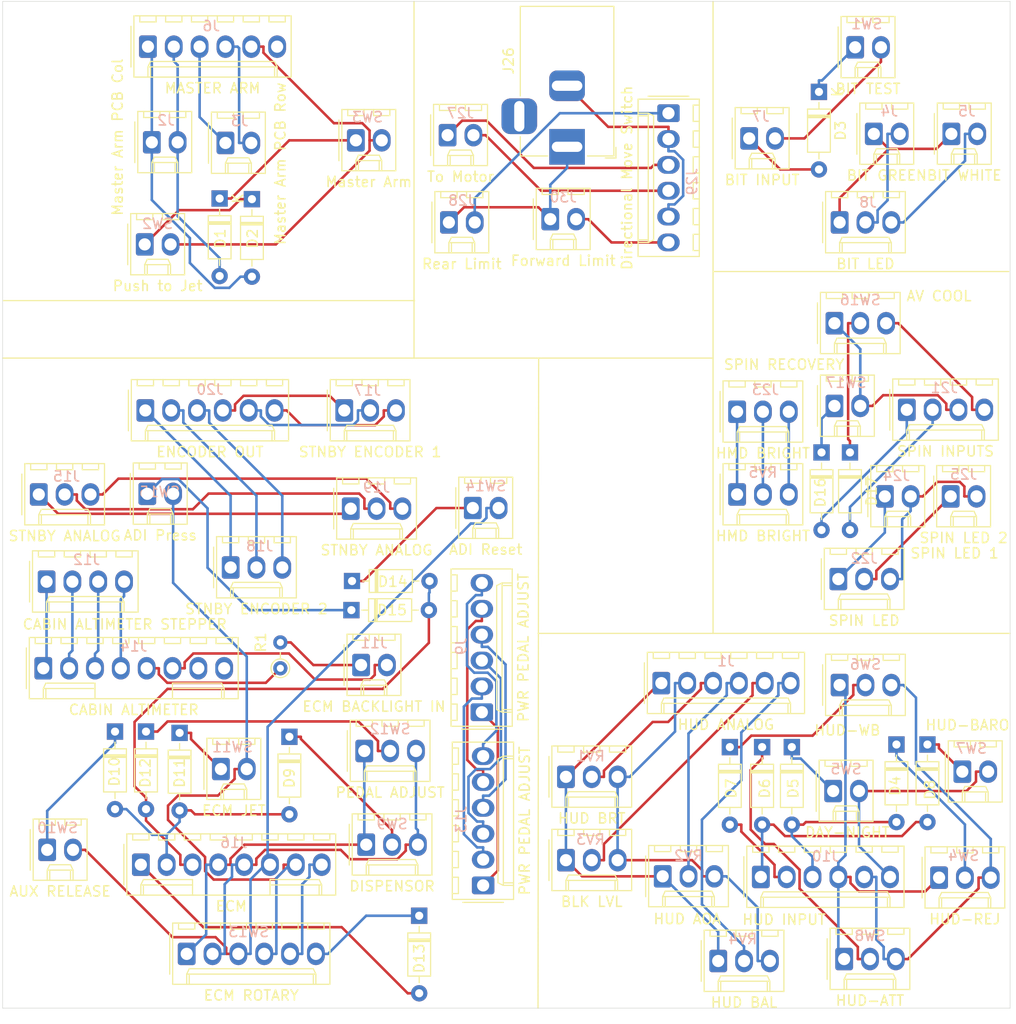
<source format=kicad_pcb>
(kicad_pcb (version 20171130) (host pcbnew "(5.1.5-0-10_14)")
  (layers (0 F.Cu signal) (31 B.Cu signal) (34 B.Paste user) (35 F.Paste user) (36 B.SilkS user) (37 F.SilkS user) (38 B.Mask user) (39 F.Mask user) (44 Edge.Cuts user))
  (net 0 "")
  (net 1 /PCB-COL-2)
  (net 2 "Net-(D1-Pad1)")
  (net 3 /PCB-COL-1)
  (net 4 "Net-(D2-Pad1)")
  (net 5 /BIT-COL)
  (net 6 "Net-(D3-Pad1)")
  (net 7 /HUD-COL-3)
  (net 8 "Net-(D6-Pad1)")
  (net 9 "Net-(D7-Pad1)")
  (net 10 /HUD-COL-1)
  (net 11 "Net-(D8-Pad1)")
  (net 12 /HUD-COL-2)
  (net 13 "Net-(D9-Pad1)")
  (net 14 "Net-(D10-Pad1)")
  (net 15 /ECM-COL-2)
  (net 16 "Net-(D11-Pad1)")
  (net 17 "Net-(D12-Pad1)")
  (net 18 "Net-(D13-Pad1)")
  (net 19 /ECM-COL-3)
  (net 20 "Net-(D14-Pad1)")
  (net 21 /ECM-COL-1)
  (net 22 "Net-(D15-Pad1)")
  (net 23 /SPIN-COL1)
  (net 24 "Net-(D16-Pad1)")
  (net 25 /SPIN-COL2)
  (net 26 "Net-(D17-Pad1)")
  (net 27 /SPIN-LED-ANNODE-1)
  (net 28 /SPIN-LED-CATHODE)
  (net 29 /SPIN-LED-ANNODE-2)
  (net 30 /HUD-BAL)
  (net 31 /BLK-LVL)
  (net 32 /HUD-A0A)
  (net 33 /HUD-BRT)
  (net 34 /HUD-ANA-GND)
  (net 35 /HUD-ANA+5V)
  (net 36 /PCB-ROW-2)
  (net 37 /PCB-ROW-1)
  (net 38 /ARM-ROW3)
  (net 39 /BIT-ROW)
  (net 40 "Net-(J11-Pad2)")
  (net 41 "Net-(J11-Pad1)")
  (net 42 /HUD-ROW-3)
  (net 43 /HUD-ROW-2)
  (net 44 /HUD-ROW-1)
  (net 45 /ECM-ROW-5)
  (net 46 /ECM-ROW-4)
  (net 47 /ECM-ROW-3)
  (net 48 /ECM-ROW-2)
  (net 49 /ECM-ROW-1)
  (net 50 /SPIN-ROW2)
  (net 51 /SPIN-ROW1)
  (net 52 "Net-(J17-Pad3)")
  (net 53 "Net-(J17-Pad2)")
  (net 54 "Net-(J17-Pad1)")
  (net 55 "Net-(J18-Pad3)")
  (net 56 "Net-(J18-Pad2)")
  (net 57 "Net-(J18-Pad1)")
  (net 58 /BIT-LED-COL-1)
  (net 59 /BIT-LED-ROW-1)
  (net 60 /BIT-LED-COL-2)
  (net 61 GND)
  (net 62 +12V)
  (net 63 "Net-(J27-Pad2)")
  (net 64 "Net-(J27-Pad1)")
  (net 65 "Net-(J28-Pad2)")
  (net 66 "Net-(J29-Pad6)")
  (net 67 "Net-(D4-Pad1)")
  (net 68 "Net-(D5-Pad1)")
  (net 69 "Net-(J13-Pad6)")
  (net 70 "Net-(J13-Pad5)")
  (net 71 "Net-(J13-Pad4)")
  (net 72 "Net-(J13-Pad3)")
  (net 73 "Net-(J13-Pad2)")
  (net 74 "Net-(J13-Pad1)")
  (net 75 "Net-(J12-Pad4)")
  (net 76 "Net-(J12-Pad3)")
  (net 77 "Net-(J12-Pad2)")
  (net 78 "Net-(J12-Pad1)")
  (net 79 "Net-(J15-Pad3)")
  (net 80 "Net-(J15-Pad2)")
  (net 81 "Net-(J15-Pad1)")
  (net 82 "Net-(J23-Pad3)")
  (net 83 "Net-(J23-Pad2)")
  (net 84 "Net-(J23-Pad1)")
  (net 85 "Net-(J14-Pad5)")
  (module PT_Library_v001:PT_R_Axial_DIN0204_L3.6mm_D1.6mm_P2.54mm_Vertical (layer F.Cu) (at 125.603 115.316 90)
    (fp_text reference R1 (at 2.54 -1.92 90) (layer F.SilkS))
    (fp_text value 1K)
    (pad 1 thru_hole circle (at 0 0 90) (size 1.4 1.4) (drill 0.7) (layers *.Cu *.Mask) (net 85 "Net-(J14-Pad5)"))
    (pad 2 thru_hole oval (at 2.54 0 90) (size 1.4 1.4) (drill 0.7) (layers *.Cu *.Mask) (net 41 "Net-(J11-Pad1)"))
  )
  (module Connector_BarrelJack:BarrelJack_Horizontal (layer F.Cu) (at 153.797 64.0715 270)
    (fp_text reference J26 (at -8.45 5.75 90) (layer F.SilkS))
    (fp_text value "PEDAL POWER IN")
    (pad 3 thru_hole roundrect (at -3 4.7 270) (size 3.5 3.5) (drill oval 3 1) (layers *.Cu *.Mask))
    (pad 2 thru_hole roundrect (at -6 0 270) (size 3 3.5) (drill oval 1 3) (layers *.Cu *.Mask) (net 61 GND))
    (pad 1 thru_hole rect (at 0 0 270) (size 3.5 3.5) (drill oval 1 3) (layers *.Cu *.Mask) (net 62 +12V))
  )
  (module MountingHole:MountingHole_4.3mm_M4 (layer F.Cu) (at 103.314 54.61)
    (fp_text reference H32)
    (fp_text value MountingHole)
    (pad 1 np_thru_hole circle (at 0 0) (size 4.3 4.3) (drill 4.3) (layers *.Cu *.Mask))
  )
  (module MountingHole:MountingHole_4.3mm_M4 (layer F.Cu) (at 173.101 106.807)
    (fp_text reference H31)
    (fp_text value MountingHole)
    (pad 1 np_thru_hole circle (at 0 0) (size 4.3 4.3) (drill 4.3) (layers *.Cu *.Mask))
  )
  (module MountingHole:MountingHole_4.3mm_M4 (layer F.Cu) (at 192.673 71.628)
    (fp_text reference H30)
    (fp_text value MountingHole)
    (pad 1 np_thru_hole circle (at 0 0) (size 4.3 4.3) (drill 4.3) (layers *.Cu *.Mask))
  )
  (module MountingHole:MountingHole_4.3mm_M4 (layer F.Cu) (at 173.101 71.628)
    (fp_text reference H29)
    (fp_text value MountingHole)
    (pad 1 np_thru_hole circle (at 0 0) (size 4.3 4.3) (drill 4.3) (layers *.Cu *.Mask))
  )
  (module MountingHole:MountingHole_4.3mm_M4 (layer F.Cu) (at 173.101 81.661)
    (fp_text reference H28)
    (fp_text value MountingHole)
    (pad 1 np_thru_hole circle (at 0 0) (size 4.3 4.3) (drill 4.3) (layers *.Cu *.Mask))
  )
  (module MountingHole:MountingHole_4.3mm_M4 (layer F.Cu) (at 192.673 116.967)
    (fp_text reference H27)
    (fp_text value MountingHole)
    (pad 1 np_thru_hole circle (at 0 0) (size 4.3 4.3) (drill 4.3) (layers *.Cu *.Mask))
  )
  (module MountingHole:MountingHole_4.3mm_M4 (layer F.Cu) (at 163.322 54.31)
    (fp_text reference H26)
    (fp_text value MountingHole)
    (pad 1 np_thru_hole circle (at 0 0) (size 4.3 4.3) (drill 4.3) (layers *.Cu *.Mask))
  )
  (module MountingHole:MountingHole_4.3mm_M4 (layer F.Cu) (at 192.673 54.31)
    (fp_text reference H25)
    (fp_text value MountingHole)
    (pad 1 np_thru_hole circle (at 0 0) (size 4.3 4.3) (drill 4.3) (layers *.Cu *.Mask))
  )
  (module MountingHole:MountingHole_4.3mm_M4 (layer F.Cu) (at 192.673 81.661)
    (fp_text reference H24)
    (fp_text value MountingHole)
    (pad 1 np_thru_hole circle (at 0 0) (size 4.3 4.3) (drill 4.3) (layers *.Cu *.Mask))
  )
  (module MountingHole:MountingHole_4.3mm_M4 (layer F.Cu) (at 156.464 116.967)
    (fp_text reference H23)
    (fp_text value MountingHole)
    (pad 1 np_thru_hole circle (at 0 0) (size 4.3 4.3) (drill 4.3) (layers *.Cu *.Mask))
  )
  (module MountingHole:MountingHole_4.3mm_M4 (layer F.Cu) (at 143.51 54.31)
    (fp_text reference H22)
    (fp_text value MountingHole)
    (pad 1 np_thru_hole circle (at 0 0) (size 4.3 4.3) (drill 4.3) (layers *.Cu *.Mask))
  )
  (module MountingHole:MountingHole_4.3mm_M4 (layer F.Cu) (at 173.101 54.31)
    (fp_text reference H21)
    (fp_text value MountingHole)
    (pad 1 np_thru_hole circle (at 0 0) (size 4.3 4.3) (drill 4.3) (layers *.Cu *.Mask))
  )
  (module MountingHole:MountingHole_4.3mm_M4 (layer F.Cu) (at 163.322 80.01)
    (fp_text reference H20)
    (fp_text value MountingHole)
    (pad 1 np_thru_hole circle (at 0 0) (size 4.3 4.3) (drill 4.3) (layers *.Cu *.Mask))
  )
  (module MountingHole:MountingHole_4.3mm_M4 (layer F.Cu) (at 192.673 106.807)
    (fp_text reference H19)
    (fp_text value MountingHole)
    (pad 1 np_thru_hole circle (at 0 0) (size 4.3 4.3) (drill 4.3) (layers *.Cu *.Mask))
  )
  (module MountingHole:MountingHole_4.3mm_M4 (layer F.Cu) (at 133.794 54.31)
    (fp_text reference H18)
    (fp_text value MountingHole)
    (pad 1 np_thru_hole circle (at 0 0) (size 4.3 4.3) (drill 4.3) (layers *.Cu *.Mask))
  )
  (module MountingHole:MountingHole_4.3mm_M4 (layer F.Cu) (at 192.673 144.145)
    (fp_text reference H17)
    (fp_text value MountingHole)
    (pad 1 np_thru_hole circle (at 0 0) (size 4.3 4.3) (drill 4.3) (layers *.Cu *.Mask))
  )
  (module MountingHole:MountingHole_4.3mm_M4 (layer F.Cu) (at 145.796 144.082)
    (fp_text reference H16)
    (fp_text value MountingHole)
    (pad 1 np_thru_hole circle (at 0 0) (size 4.3 4.3) (drill 4.3) (layers *.Cu *.Mask))
  )
  (module MountingHole:MountingHole_4.3mm_M4 (layer F.Cu) (at 103.378 74.549)
    (fp_text reference H15)
    (fp_text value MountingHole)
    (pad 1 np_thru_hole circle (at 0 0) (size 4.3 4.3) (drill 4.3) (layers *.Cu *.Mask))
  )
  (module MountingHole:MountingHole_4.3mm_M4 (layer F.Cu) (at 156.464 143.764)
    (fp_text reference H14)
    (fp_text value MountingHole)
    (pad 1 np_thru_hole circle (at 0 0) (size 4.3 4.3) (drill 4.3) (layers *.Cu *.Mask))
  )
  (module MountingHole:MountingHole_4.3mm_M4 (layer F.Cu) (at 145.796 89.8525)
    (fp_text reference H12)
    (fp_text value MountingHole)
    (pad 1 np_thru_hole circle (at 0 0) (size 4.3 4.3) (drill 4.3) (layers *.Cu *.Mask))
  )
  (module MountingHole:MountingHole_4.3mm_M4 (layer F.Cu) (at 133.414 74.676)
    (fp_text reference H11)
    (fp_text value MountingHole)
    (pad 1 np_thru_hole circle (at 0 0) (size 4.3 4.3) (drill 4.3) (layers *.Cu *.Mask))
  )
  (module MountingHole:MountingHole_4.3mm_M4 (layer F.Cu) (at 103.378 143.51)
    (fp_text reference H8)
    (fp_text value MountingHole)
    (pad 1 np_thru_hole circle (at 0 0) (size 4.3 4.3) (drill 4.3) (layers *.Cu *.Mask))
  )
  (module MountingHole:MountingHole_4.3mm_M4 (layer F.Cu) (at 103.378 89.8525)
    (fp_text reference H5)
    (fp_text value MountingHole)
    (pad 1 np_thru_hole circle (at 0 0) (size 4.3 4.3) (drill 4.3) (layers *.Cu *.Mask))
  )
  (module MountingHole:MountingHole_4.3mm_M4 (layer F.Cu) (at 143.51 80.01)
    (fp_text reference H1)
    (fp_text value MountingHole)
    (pad 1 np_thru_hole circle (at 0 0) (size 4.3 4.3) (drill 4.3) (layers *.Cu *.Mask))
  )
  (module PT_Library_v001:Molex_1x02_P2.54mm_Vertical (layer F.Cu) (at 152.146 71.1835)
    (fp_text reference J30 (at 1.27 -2.159) (layer B.SilkS) (effects (justify mirror)))
    (fp_text value "Forward Limit" (at 1.27 4.08) (layer F.SilkS))
    (pad 2 thru_hole oval (at 2.54 0) (size 1.74 2.2) (drill 1.2) (layers *.Cu *.Mask) (net 66 "Net-(J29-Pad6)"))
    (pad 1 thru_hole roundrect (at 0 0) (size 1.74 2.2) (drill 1.2) (layers *.Cu *.Mask) (roundrect_rratio 0.143678) (net 62 +12V))
  )
  (module PT_Library_v001:Molex_1x06_P2.54mm_Vertical (layer F.Cu) (at 163.766 60.7695 270)
    (fp_text reference J29 (at 6.731 -2.31 90) (layer B.SilkS) (effects (justify mirror)))
    (fp_text value "Directional Move Switch" (at 6.35 4.08 90) (layer F.SilkS))
    (pad 6 thru_hole oval (at 12.7 0 270) (size 1.74 2.2) (drill 1.2) (layers *.Cu *.Mask) (net 66 "Net-(J29-Pad6)"))
    (pad 5 thru_hole oval (at 10.16 0 270) (size 1.74 2.2) (drill 1.2) (layers *.Cu *.Mask) (net 61 GND))
    (pad 4 thru_hole oval (at 7.62 0 270) (size 1.74 2.2) (drill 1.2) (layers *.Cu *.Mask) (net 63 "Net-(J27-Pad2)"))
    (pad 3 thru_hole oval (at 5.08 0 270) (size 1.74 2.2) (drill 1.2) (layers *.Cu *.Mask) (net 64 "Net-(J27-Pad1)"))
    (pad 2 thru_hole oval (at 2.54 0 270) (size 1.74 2.2) (drill 1.2) (layers *.Cu *.Mask) (net 61 GND))
    (pad 1 thru_hole roundrect (at 0 0 270) (size 1.74 2.2) (drill 1.2) (layers *.Cu *.Mask) (roundrect_rratio 0.143678) (net 65 "Net-(J28-Pad2)"))
  )
  (module PT_Library_v001:Molex_1x02_P2.54mm_Vertical (layer F.Cu) (at 142.176 71.501)
    (fp_text reference J28 (at 1.27 -2.159) (layer B.SilkS) (effects (justify mirror)))
    (fp_text value "Rear Limit" (at 1.27 4.08) (layer F.SilkS))
    (pad 2 thru_hole oval (at 2.54 0) (size 1.74 2.2) (drill 1.2) (layers *.Cu *.Mask) (net 65 "Net-(J28-Pad2)"))
    (pad 1 thru_hole roundrect (at 0 0) (size 1.74 2.2) (drill 1.2) (layers *.Cu *.Mask) (roundrect_rratio 0.143678) (net 62 +12V))
  )
  (module PT_Library_v001:Molex_1x02_P2.54mm_Vertical (layer F.Cu) (at 142.05 62.9285)
    (fp_text reference J27 (at 1.27 -2.159) (layer B.SilkS) (effects (justify mirror)))
    (fp_text value "To Motor" (at 1.27 4.08) (layer F.SilkS))
    (pad 2 thru_hole oval (at 2.54 0) (size 1.74 2.2) (drill 1.2) (layers *.Cu *.Mask) (net 63 "Net-(J27-Pad2)"))
    (pad 1 thru_hole roundrect (at 0 0) (size 1.74 2.2) (drill 1.2) (layers *.Cu *.Mask) (roundrect_rratio 0.143678) (net 64 "Net-(J27-Pad1)"))
  )
  (module PT_Library_v001:Molex_1x02_P2.54mm_Vertical (layer F.Cu) (at 191.516 98.425)
    (fp_text reference J25 (at 1.27 -2.159) (layer B.SilkS) (effects (justify mirror)))
    (fp_text value "SPIN LED 2" (at 1.27 4.08) (layer F.SilkS))
    (pad 2 thru_hole oval (at 2.54 0) (size 1.74 2.2) (drill 1.2) (layers *.Cu *.Mask) (net 28 /SPIN-LED-CATHODE))
    (pad 1 thru_hole roundrect (at 0 0) (size 1.74 2.2) (drill 1.2) (layers *.Cu *.Mask) (roundrect_rratio 0.143678) (net 29 /SPIN-LED-ANNODE-2))
  )
  (module PT_Library_v001:Molex_1x02_P2.54mm_Vertical (layer F.Cu) (at 185.039 98.425)
    (fp_text reference J24 (at 1.143 -2.032) (layer B.SilkS) (effects (justify mirror)))
    (fp_text value "SPIN LED 1" (at 6.858 5.588) (layer F.SilkS))
    (pad 2 thru_hole oval (at 2.54 0) (size 1.74 2.2) (drill 1.2) (layers *.Cu *.Mask) (net 28 /SPIN-LED-CATHODE))
    (pad 1 thru_hole roundrect (at 0 0) (size 1.74 2.2) (drill 1.2) (layers *.Cu *.Mask) (roundrect_rratio 0.143678) (net 27 /SPIN-LED-ANNODE-1))
  )
  (module PT_Library_v001:Molex_1x02_P2.54mm_Vertical (layer F.Cu) (at 191.58 62.8015)
    (fp_text reference J5 (at 1.524 -2.23) (layer B.SilkS) (effects (justify mirror)))
    (fp_text value "BIT WHITE" (at 1.27 4.08) (layer F.SilkS))
    (pad 2 thru_hole oval (at 2.54 0) (size 1.74 2.2) (drill 1.2) (layers *.Cu *.Mask) (net 60 /BIT-LED-COL-2))
    (pad 1 thru_hole roundrect (at 0 0) (size 1.74 2.2) (drill 1.2) (layers *.Cu *.Mask) (roundrect_rratio 0.143678) (net 59 /BIT-LED-ROW-1))
  )
  (module PT_Library_v001:Molex_1x02_P2.54mm_Vertical (layer F.Cu) (at 183.96 62.8015)
    (fp_text reference J4 (at 1.524 -2.23) (layer B.SilkS) (effects (justify mirror)))
    (fp_text value "BIT GREEN" (at 1.27 4.08) (layer F.SilkS))
    (pad 2 thru_hole oval (at 2.54 0) (size 1.74 2.2) (drill 1.2) (layers *.Cu *.Mask) (net 58 /BIT-LED-COL-1))
    (pad 1 thru_hole roundrect (at 0 0) (size 1.74 2.2) (drill 1.2) (layers *.Cu *.Mask) (roundrect_rratio 0.143678) (net 59 /BIT-LED-ROW-1))
  )
  (module PT_Library_v001:Molex_1x02_P2.54mm_Vertical (layer F.Cu) (at 112.522 98.171)
    (fp_text reference SW15 (at 1.2065 -0.1905) (layer B.SilkS) (effects (justify mirror)))
    (fp_text value "ADI Press" (at 1.27 4.08) (layer F.SilkS))
    (pad 2 thru_hole oval (at 2.54 0) (size 1.74 2.2) (drill 1.2) (layers *.Cu *.Mask) (net 46 /ECM-ROW-4))
    (pad 1 thru_hole roundrect (at 0 0) (size 1.74 2.2) (drill 1.2) (layers *.Cu *.Mask) (roundrect_rratio 0.143678) (net 22 "Net-(D15-Pad1)"))
  )
  (module PT_Library_v001:Molex_1x02_P2.54mm_Vertical (layer F.Cu) (at 144.526 99.568)
    (fp_text reference SW14 (at 1.27 -2.159) (layer B.SilkS) (effects (justify mirror)))
    (fp_text value "ADI Reset" (at 1.27 4.08) (layer F.SilkS))
    (pad 2 thru_hole oval (at 2.54 0) (size 1.74 2.2) (drill 1.2) (layers *.Cu *.Mask) (net 47 /ECM-ROW-3))
    (pad 1 thru_hole roundrect (at 0 0) (size 1.74 2.2) (drill 1.2) (layers *.Cu *.Mask) (roundrect_rratio 0.143678) (net 20 "Net-(D14-Pad1)"))
  )
  (module PT_Library_v001:D_Signal_P7.62mm_Horizontal (layer F.Cu) (at 132.588 109.601)
    (fp_text reference D15 (at 4.0005 0) (layer F.SilkS))
    (fp_text value D)
    (pad 2 thru_hole oval (at 7.62 0) (size 1.6 1.6) (drill 0.8) (layers *.Cu *.Mask) (net 19 /ECM-COL-3))
    (pad 1 thru_hole rect (at 0 0) (size 1.6 1.6) (drill 0.8) (layers *.Cu *.Mask) (net 22 "Net-(D15-Pad1)"))
  )
  (module PT_Library_v001:D_Signal_P7.62mm_Horizontal (layer F.Cu) (at 132.652 106.744)
    (fp_text reference D14 (at 4.0005 0.0635) (layer F.SilkS))
    (fp_text value D)
    (pad 2 thru_hole oval (at 7.62 0) (size 1.6 1.6) (drill 0.8) (layers *.Cu *.Mask) (net 19 /ECM-COL-3))
    (pad 1 thru_hole rect (at 0 0) (size 1.6 1.6) (drill 0.8) (layers *.Cu *.Mask) (net 20 "Net-(D14-Pad1)"))
  )
  (module PT_Library_v001:Molex_1x06_P2.54mm_Vertical (layer F.Cu) (at 112.332 89.9795)
    (fp_text reference J20 (at 6.35 -2.056) (layer B.SilkS) (effects (justify mirror)))
    (fp_text value "ENCODER OUT" (at 6.35 4.08) (layer F.SilkS))
    (pad 6 thru_hole oval (at 12.7 0) (size 1.74 2.2) (drill 1.2) (layers *.Cu *.Mask) (net 52 "Net-(J17-Pad3)"))
    (pad 5 thru_hole oval (at 10.16 0) (size 1.74 2.2) (drill 1.2) (layers *.Cu *.Mask) (net 53 "Net-(J17-Pad2)"))
    (pad 4 thru_hole oval (at 7.62 0) (size 1.74 2.2) (drill 1.2) (layers *.Cu *.Mask) (net 54 "Net-(J17-Pad1)"))
    (pad 3 thru_hole oval (at 5.08 0) (size 1.74 2.2) (drill 1.2) (layers *.Cu *.Mask) (net 55 "Net-(J18-Pad3)"))
    (pad 2 thru_hole oval (at 2.54 0) (size 1.74 2.2) (drill 1.2) (layers *.Cu *.Mask) (net 56 "Net-(J18-Pad2)"))
    (pad 1 thru_hole roundrect (at 0 0) (size 1.74 2.2) (drill 1.2) (layers *.Cu *.Mask) (roundrect_rratio 0.143678) (net 57 "Net-(J18-Pad1)"))
  )
  (module PT_Library_v001:Molex_1x03_P2.54mm_Vertical (layer F.Cu) (at 132.524 99.6315)
    (fp_text reference J19 (at 2.54 -2.0955) (layer B.SilkS) (effects (justify mirror)))
    (fp_text value "STNBY ANALOG" (at 2.54 4.08) (layer F.SilkS))
    (pad 3 thru_hole oval (at 5.08 0) (size 1.74 2.2) (drill 1.2) (layers *.Cu *.Mask) (net 79 "Net-(J15-Pad3)"))
    (pad 2 thru_hole oval (at 2.54 0) (size 1.74 2.2) (drill 1.2) (layers *.Cu *.Mask) (net 80 "Net-(J15-Pad2)"))
    (pad 1 thru_hole roundrect (at 0 0) (size 1.74 2.2) (drill 1.2) (layers *.Cu *.Mask) (roundrect_rratio 0.143678) (net 81 "Net-(J15-Pad1)"))
  )
  (module PT_Library_v001:Molex_1x03_P2.54mm_Vertical (layer F.Cu) (at 120.714 105.41)
    (fp_text reference J18 (at 2.8575 -2.0955) (layer B.SilkS) (effects (justify mirror)))
    (fp_text value "STNBY ENCODER 2" (at 2.54 4.08) (layer F.SilkS))
    (pad 3 thru_hole oval (at 5.08 0) (size 1.74 2.2) (drill 1.2) (layers *.Cu *.Mask) (net 55 "Net-(J18-Pad3)"))
    (pad 2 thru_hole oval (at 2.54 0) (size 1.74 2.2) (drill 1.2) (layers *.Cu *.Mask) (net 56 "Net-(J18-Pad2)"))
    (pad 1 thru_hole roundrect (at 0 0) (size 1.74 2.2) (drill 1.2) (layers *.Cu *.Mask) (roundrect_rratio 0.143678) (net 57 "Net-(J18-Pad1)"))
  )
  (module PT_Library_v001:Molex_1x03_P2.54mm_Vertical (layer F.Cu) (at 131.89 89.9795)
    (fp_text reference J17 (at 2.286 -1.9685) (layer B.SilkS) (effects (justify mirror)))
    (fp_text value "STNBY ENCODER 1" (at 2.54 4.08) (layer F.SilkS))
    (pad 3 thru_hole oval (at 5.08 0) (size 1.74 2.2) (drill 1.2) (layers *.Cu *.Mask) (net 52 "Net-(J17-Pad3)"))
    (pad 2 thru_hole oval (at 2.54 0) (size 1.74 2.2) (drill 1.2) (layers *.Cu *.Mask) (net 53 "Net-(J17-Pad2)"))
    (pad 1 thru_hole roundrect (at 0 0) (size 1.74 2.2) (drill 1.2) (layers *.Cu *.Mask) (roundrect_rratio 0.143678) (net 54 "Net-(J17-Pad1)"))
  )
  (module PT_Library_v001:Molex_1x03_P2.54mm_Vertical (layer F.Cu) (at 101.854 98.2345)
    (fp_text reference J15 (at 2.7305 -1.778) (layer B.SilkS) (effects (justify mirror)))
    (fp_text value "STNBY ANALOG" (at 2.54 4.08) (layer F.SilkS))
    (pad 3 thru_hole oval (at 5.08 0) (size 1.74 2.2) (drill 1.2) (layers *.Cu *.Mask) (net 79 "Net-(J15-Pad3)"))
    (pad 2 thru_hole oval (at 2.54 0) (size 1.74 2.2) (drill 1.2) (layers *.Cu *.Mask) (net 80 "Net-(J15-Pad2)"))
    (pad 1 thru_hole roundrect (at 0 0) (size 1.74 2.2) (drill 1.2) (layers *.Cu *.Mask) (roundrect_rratio 0.143678) (net 81 "Net-(J15-Pad1)"))
  )
  (module PT_Library_v001:Molex_1x02_P2.54mm_Vertical (layer F.Cu) (at 180.086 89.535)
    (fp_text reference SW17 (at 1.143 -2.286) (layer B.SilkS) (effects (justify mirror)))
    (fp_text value "SPIN RECOVERY" (at -4.953 -4.064) (layer F.SilkS))
    (pad 2 thru_hole oval (at 2.54 0) (size 1.74 2.2) (drill 1.2) (layers *.Cu *.Mask) (net 51 /SPIN-ROW1))
    (pad 1 thru_hole roundrect (at 0 0) (size 1.74 2.2) (drill 1.2) (layers *.Cu *.Mask) (roundrect_rratio 0.143678) (net 24 "Net-(D16-Pad1)"))
  )
  (module PT_Library_v001:Molex_1x03_P2.54mm_Vertical (layer F.Cu) (at 180.086 81.407)
    (fp_text reference SW16 (at 2.54 -2.286) (layer B.SilkS) (effects (justify mirror)))
    (fp_text value "AV COOL" (at 10.287 -2.667) (layer F.SilkS))
    (pad 3 thru_hole oval (at 5.08 0) (size 1.74 2.2) (drill 1.2) (layers *.Cu *.Mask) (net 50 /SPIN-ROW2))
    (pad 2 thru_hole oval (at 2.54 0) (size 1.74 2.2) (drill 1.2) (layers *.Cu *.Mask) (net 26 "Net-(D17-Pad1)"))
    (pad 1 thru_hole roundrect (at 0 0) (size 1.74 2.2) (drill 1.2) (layers *.Cu *.Mask) (roundrect_rratio 0.143678) (net 51 /SPIN-ROW1))
  )
  (module PT_Library_v001:Molex_1x06_P2.54mm_Vertical (layer F.Cu) (at 116.396 143.383)
    (fp_text reference SW13 (at 6.096 -2.159) (layer B.SilkS) (effects (justify mirror)))
    (fp_text value "ECM ROTARY" (at 6.35 4.08) (layer F.SilkS))
    (pad 6 thru_hole oval (at 12.7 0) (size 1.74 2.2) (drill 1.2) (layers *.Cu *.Mask) (net 18 "Net-(D13-Pad1)"))
    (pad 5 thru_hole oval (at 10.16 0) (size 1.74 2.2) (drill 1.2) (layers *.Cu *.Mask) (net 45 /ECM-ROW-5))
    (pad 4 thru_hole oval (at 7.62 0) (size 1.74 2.2) (drill 1.2) (layers *.Cu *.Mask) (net 46 /ECM-ROW-4))
    (pad 3 thru_hole oval (at 5.08 0) (size 1.74 2.2) (drill 1.2) (layers *.Cu *.Mask) (net 47 /ECM-ROW-3))
    (pad 2 thru_hole oval (at 2.54 0) (size 1.74 2.2) (drill 1.2) (layers *.Cu *.Mask) (net 48 /ECM-ROW-2))
    (pad 1 thru_hole roundrect (at 0 0) (size 1.74 2.2) (drill 1.2) (layers *.Cu *.Mask) (roundrect_rratio 0.143678) (net 49 /ECM-ROW-1))
  )
  (module PT_Library_v001:Molex_1x03_P2.54mm_Vertical (layer F.Cu) (at 133.858 123.444)
    (fp_text reference SW12 (at 2.54 -2.159) (layer B.SilkS) (effects (justify mirror)))
    (fp_text value "PEDAL ADJUST" (at 2.54 4.08) (layer F.SilkS))
    (pad 3 thru_hole oval (at 5.08 0) (size 1.74 2.2) (drill 1.2) (layers *.Cu *.Mask) (net 48 /ECM-ROW-2))
    (pad 2 thru_hole oval (at 2.54 0) (size 1.74 2.2) (drill 1.2) (layers *.Cu *.Mask) (net 17 "Net-(D12-Pad1)"))
    (pad 1 thru_hole roundrect (at 0 0) (size 1.74 2.2) (drill 1.2) (layers *.Cu *.Mask) (roundrect_rratio 0.143678) (net 49 /ECM-ROW-1))
  )
  (module PT_Library_v001:Molex_1x02_P2.54mm_Vertical (layer F.Cu) (at 119.761 125.222)
    (fp_text reference SW11 (at 1.143 -2.159) (layer B.SilkS) (effects (justify mirror)))
    (fp_text value "ECM JET" (at 1.27 4.08) (layer F.SilkS))
    (pad 2 thru_hole oval (at 2.54 0) (size 1.74 2.2) (drill 1.2) (layers *.Cu *.Mask) (net 46 /ECM-ROW-4))
    (pad 1 thru_hole roundrect (at 0 0) (size 1.74 2.2) (drill 1.2) (layers *.Cu *.Mask) (roundrect_rratio 0.143678) (net 16 "Net-(D11-Pad1)"))
  )
  (module PT_Library_v001:Molex_1x02_P2.54mm_Vertical (layer F.Cu) (at 102.68 133.16)
    (fp_text reference SW10 (at 1.016 -2.159) (layer B.SilkS) (effects (justify mirror)))
    (fp_text value "AUX RELEASE" (at 1.27 4.08) (layer F.SilkS))
    (pad 2 thru_hole oval (at 2.54 0) (size 1.74 2.2) (drill 1.2) (layers *.Cu *.Mask) (net 47 /ECM-ROW-3))
    (pad 1 thru_hole roundrect (at 0 0) (size 1.74 2.2) (drill 1.2) (layers *.Cu *.Mask) (roundrect_rratio 0.143678) (net 14 "Net-(D10-Pad1)"))
  )
  (module PT_Library_v001:Molex_1x03_P2.54mm_Vertical (layer F.Cu) (at 134.048 132.652)
    (fp_text reference SW9 (at 2.54 -2.032) (layer B.SilkS) (effects (justify mirror)))
    (fp_text value DISPENSOR (at 2.54 4.08) (layer F.SilkS))
    (pad 3 thru_hole oval (at 5.08 0) (size 1.74 2.2) (drill 1.2) (layers *.Cu *.Mask) (net 48 /ECM-ROW-2))
    (pad 2 thru_hole oval (at 2.54 0) (size 1.74 2.2) (drill 1.2) (layers *.Cu *.Mask) (net 13 "Net-(D9-Pad1)"))
    (pad 1 thru_hole roundrect (at 0 0) (size 1.74 2.2) (drill 1.2) (layers *.Cu *.Mask) (roundrect_rratio 0.143678) (net 49 /ECM-ROW-1))
  )
  (module PT_Library_v001:Molex_1x03_P2.54mm_Vertical (layer F.Cu) (at 181.038 143.891)
    (fp_text reference SW8 (at 2.54 -2.286) (layer B.SilkS) (effects (justify mirror)))
    (fp_text value HUD-ATT (at 2.54 4.08) (layer F.SilkS))
    (pad 3 thru_hole oval (at 5.08 0) (size 1.74 2.2) (drill 1.2) (layers *.Cu *.Mask) (net 43 /HUD-ROW-2))
    (pad 2 thru_hole oval (at 2.54 0) (size 1.74 2.2) (drill 1.2) (layers *.Cu *.Mask) (net 8 "Net-(D6-Pad1)"))
    (pad 1 thru_hole roundrect (at 0 0) (size 1.74 2.2) (drill 1.2) (layers *.Cu *.Mask) (roundrect_rratio 0.143678) (net 44 /HUD-ROW-1))
  )
  (module PT_Library_v001:Molex_1x02_P2.54mm_Vertical (layer F.Cu) (at 192.659 125.476)
    (fp_text reference SW7 (at 0.889 -2.286) (layer B.SilkS) (effects (justify mirror)))
    (fp_text value HUD-BARO (at 0.508 -4.572) (layer F.SilkS))
    (pad 2 thru_hole oval (at 2.54 0) (size 1.74 2.2) (drill 1.2) (layers *.Cu *.Mask) (net 42 /HUD-ROW-3))
    (pad 1 thru_hole roundrect (at 0 0) (size 1.74 2.2) (drill 1.2) (layers *.Cu *.Mask) (roundrect_rratio 0.143678) (net 11 "Net-(D8-Pad1)"))
  )
  (module PT_Library_v001:Molex_1x03_P2.54mm_Vertical (layer F.Cu) (at 180.594 116.967)
    (fp_text reference SW6 (at 2.54 -2.032) (layer B.SilkS) (effects (justify mirror)))
    (fp_text value HUD-WB (at 0.762 4.445) (layer F.SilkS))
    (pad 3 thru_hole oval (at 5.08 0) (size 1.74 2.2) (drill 1.2) (layers *.Cu *.Mask) (net 43 /HUD-ROW-2))
    (pad 2 thru_hole oval (at 2.54 0) (size 1.74 2.2) (drill 1.2) (layers *.Cu *.Mask) (net 9 "Net-(D7-Pad1)"))
    (pad 1 thru_hole roundrect (at 0 0) (size 1.74 2.2) (drill 1.2) (layers *.Cu *.Mask) (roundrect_rratio 0.143678) (net 44 /HUD-ROW-1))
  )
  (module PT_Library_v001:Molex_1x02_P2.54mm_Vertical (layer F.Cu) (at 179.959 127.381)
    (fp_text reference SW5 (at 1.27 -2.159) (layer B.SilkS) (effects (justify mirror)))
    (fp_text value DAY-NIGHT (at 1.397 4.064) (layer F.SilkS))
    (pad 2 thru_hole oval (at 2.54 0) (size 1.74 2.2) (drill 1.2) (layers *.Cu *.Mask) (net 42 /HUD-ROW-3))
    (pad 1 thru_hole roundrect (at 0 0) (size 1.74 2.2) (drill 1.2) (layers *.Cu *.Mask) (roundrect_rratio 0.143678) (net 68 "Net-(D5-Pad1)"))
  )
  (module PT_Library_v001:Molex_1x03_P2.54mm_Vertical (layer F.Cu) (at 190.373 135.89)
    (fp_text reference SW4 (at 2.413 -2.159) (layer B.SilkS) (effects (justify mirror)))
    (fp_text value HUD-REJ (at 2.54 4.08) (layer F.SilkS))
    (pad 3 thru_hole oval (at 5.08 0) (size 1.74 2.2) (drill 1.2) (layers *.Cu *.Mask) (net 43 /HUD-ROW-2))
    (pad 2 thru_hole oval (at 2.54 0) (size 1.74 2.2) (drill 1.2) (layers *.Cu *.Mask) (net 67 "Net-(D4-Pad1)"))
    (pad 1 thru_hole roundrect (at 0 0) (size 1.74 2.2) (drill 1.2) (layers *.Cu *.Mask) (roundrect_rratio 0.143678) (net 44 /HUD-ROW-1))
  )
  (module PT_Library_v001:Molex_1x02_P2.54mm_Vertical (layer F.Cu) (at 133.032 63.4365)
    (fp_text reference SW3 (at 1.143 -2.286) (layer B.SilkS) (effects (justify mirror)))
    (fp_text value "Master Arm" (at 1.27 4.08) (layer F.SilkS))
    (pad 2 thru_hole oval (at 2.54 0) (size 1.74 2.2) (drill 1.2) (layers *.Cu *.Mask) (net 38 /ARM-ROW3))
    (pad 1 thru_hole roundrect (at 0 0) (size 1.74 2.2) (drill 1.2) (layers *.Cu *.Mask) (roundrect_rratio 0.143678) (net 2 "Net-(D1-Pad1)"))
  )
  (module PT_Library_v001:Molex_1x02_P2.54mm_Vertical (layer F.Cu) (at 112.268 73.66)
    (fp_text reference SW2 (at 1.27 -2.032) (layer B.SilkS) (effects (justify mirror)))
    (fp_text value "Push to Jet" (at 1.27 4.08) (layer F.SilkS))
    (pad 2 thru_hole oval (at 2.54 0) (size 1.74 2.2) (drill 1.2) (layers *.Cu *.Mask) (net 38 /ARM-ROW3))
    (pad 1 thru_hole roundrect (at 0 0) (size 1.74 2.2) (drill 1.2) (layers *.Cu *.Mask) (roundrect_rratio 0.143678) (net 4 "Net-(D2-Pad1)"))
  )
  (module PT_Library_v001:Molex_1x02_P2.54mm_Vertical (layer F.Cu) (at 182.118 54.2925)
    (fp_text reference SW1 (at 1.143 -2.286) (layer B.SilkS) (effects (justify mirror)))
    (fp_text value "BIT TEST" (at 1.27 4.08) (layer F.SilkS))
    (pad 2 thru_hole oval (at 2.54 0) (size 1.74 2.2) (drill 1.2) (layers *.Cu *.Mask) (net 39 /BIT-ROW))
    (pad 1 thru_hole roundrect (at 0 0) (size 1.74 2.2) (drill 1.2) (layers *.Cu *.Mask) (roundrect_rratio 0.143678) (net 6 "Net-(D3-Pad1)"))
  )
  (module PT_Library_v001:Molex_1x03_P2.54mm_Vertical (layer F.Cu) (at 170.512 98.2345)
    (fp_text reference RV5 (at 2.54 -2.159) (layer B.SilkS) (effects (justify mirror)))
    (fp_text value "HMD BRIGHT" (at 2.54 4.08) (layer F.SilkS))
    (pad 3 thru_hole oval (at 5.08 0) (size 1.74 2.2) (drill 1.2) (layers *.Cu *.Mask) (net 82 "Net-(J23-Pad3)"))
    (pad 2 thru_hole oval (at 2.54 0) (size 1.74 2.2) (drill 1.2) (layers *.Cu *.Mask) (net 83 "Net-(J23-Pad2)"))
    (pad 1 thru_hole roundrect (at 0 0) (size 1.74 2.2) (drill 1.2) (layers *.Cu *.Mask) (roundrect_rratio 0.143678) (net 84 "Net-(J23-Pad1)"))
  )
  (module PT_Library_v001:Molex_1x03_P2.54mm_Vertical (layer F.Cu) (at 168.656 144.082)
    (fp_text reference RV4 (at 2.413 -2.159) (layer B.SilkS) (effects (justify mirror)))
    (fp_text value "HUD BAL" (at 2.54 4.08) (layer F.SilkS))
    (pad 3 thru_hole oval (at 5.08 0) (size 1.74 2.2) (drill 1.2) (layers *.Cu *.Mask) (net 34 /HUD-ANA-GND))
    (pad 2 thru_hole oval (at 2.54 0) (size 1.74 2.2) (drill 1.2) (layers *.Cu *.Mask) (net 30 /HUD-BAL))
    (pad 1 thru_hole roundrect (at 0 0) (size 1.74 2.2) (drill 1.2) (layers *.Cu *.Mask) (roundrect_rratio 0.143678) (net 35 /HUD-ANA+5V))
  )
  (module PT_Library_v001:Molex_1x03_P2.54mm_Vertical (layer F.Cu) (at 153.684 134.176)
    (fp_text reference RV3 (at 2.413 -2.032) (layer B.SilkS) (effects (justify mirror)))
    (fp_text value "BLK LVL" (at 2.54 4.08) (layer F.SilkS))
    (pad 3 thru_hole oval (at 5.08 0) (size 1.74 2.2) (drill 1.2) (layers *.Cu *.Mask) (net 34 /HUD-ANA-GND))
    (pad 2 thru_hole oval (at 2.54 0) (size 1.74 2.2) (drill 1.2) (layers *.Cu *.Mask) (net 31 /BLK-LVL))
    (pad 1 thru_hole roundrect (at 0 0) (size 1.74 2.2) (drill 1.2) (layers *.Cu *.Mask) (roundrect_rratio 0.143678) (net 35 /HUD-ANA+5V))
  )
  (module PT_Library_v001:Molex_1x03_P2.54mm_Vertical (layer F.Cu) (at 163.195 135.763)
    (fp_text reference RV2 (at 2.54 -2.032) (layer B.SilkS) (effects (justify mirror)))
    (fp_text value "HUD AOA" (at 2.413 4.191) (layer F.SilkS))
    (pad 3 thru_hole oval (at 5.08 0) (size 1.74 2.2) (drill 1.2) (layers *.Cu *.Mask) (net 34 /HUD-ANA-GND))
    (pad 2 thru_hole oval (at 2.54 0) (size 1.74 2.2) (drill 1.2) (layers *.Cu *.Mask) (net 32 /HUD-A0A))
    (pad 1 thru_hole roundrect (at 0 0) (size 1.74 2.2) (drill 1.2) (layers *.Cu *.Mask) (roundrect_rratio 0.143678) (net 35 /HUD-ANA+5V))
  )
  (module PT_Library_v001:Molex_1x03_P2.54mm_Vertical (layer F.Cu) (at 153.684 125.984)
    (fp_text reference RV1 (at 2.413 -2.032) (layer B.SilkS) (effects (justify mirror)))
    (fp_text value "HUD BRT" (at 2.54 4.08) (layer F.SilkS))
    (pad 3 thru_hole oval (at 5.08 0) (size 1.74 2.2) (drill 1.2) (layers *.Cu *.Mask) (net 34 /HUD-ANA-GND))
    (pad 2 thru_hole oval (at 2.54 0) (size 1.74 2.2) (drill 1.2) (layers *.Cu *.Mask) (net 33 /HUD-BRT))
    (pad 1 thru_hole roundrect (at 0 0) (size 1.74 2.2) (drill 1.2) (layers *.Cu *.Mask) (roundrect_rratio 0.143678) (net 35 /HUD-ANA+5V))
  )
  (module PT_Library_v001:Molex_1x03_P2.54mm_Vertical (layer F.Cu) (at 170.512 90.1065)
    (fp_text reference J23 (at 2.794 -2.159) (layer B.SilkS) (effects (justify mirror)))
    (fp_text value "HMD BRIGHT" (at 2.54 4.08) (layer F.SilkS))
    (pad 3 thru_hole oval (at 5.08 0) (size 1.74 2.2) (drill 1.2) (layers *.Cu *.Mask) (net 82 "Net-(J23-Pad3)"))
    (pad 2 thru_hole oval (at 2.54 0) (size 1.74 2.2) (drill 1.2) (layers *.Cu *.Mask) (net 83 "Net-(J23-Pad2)"))
    (pad 1 thru_hole roundrect (at 0 0) (size 1.74 2.2) (drill 1.2) (layers *.Cu *.Mask) (roundrect_rratio 0.143678) (net 84 "Net-(J23-Pad1)"))
  )
  (module PT_Library_v001:Molex_1x03_P2.54mm_Vertical (layer F.Cu) (at 180.467 106.553)
    (fp_text reference J22 (at 2.54 -2.032) (layer B.SilkS) (effects (justify mirror)))
    (fp_text value "SPIN LED" (at 2.54 4.08) (layer F.SilkS))
    (pad 3 thru_hole oval (at 5.08 0) (size 1.74 2.2) (drill 1.2) (layers *.Cu *.Mask) (net 28 /SPIN-LED-CATHODE))
    (pad 2 thru_hole oval (at 2.54 0) (size 1.74 2.2) (drill 1.2) (layers *.Cu *.Mask) (net 29 /SPIN-LED-ANNODE-2))
    (pad 1 thru_hole roundrect (at 0 0) (size 1.74 2.2) (drill 1.2) (layers *.Cu *.Mask) (roundrect_rratio 0.143678) (net 27 /SPIN-LED-ANNODE-1))
  )
  (module PT_Library_v001:Molex_1x04_P2.54mm_Vertical (layer F.Cu) (at 187.198 89.916)
    (fp_text reference J21 (at 3.683 -2.159) (layer B.SilkS) (effects (justify mirror)))
    (fp_text value "SPIN INPUTS" (at 3.81 4.08) (layer F.SilkS))
    (pad 4 thru_hole oval (at 7.62 0) (size 1.74 2.2) (drill 1.2) (layers *.Cu *.Mask) (net 50 /SPIN-ROW2))
    (pad 3 thru_hole oval (at 5.08 0) (size 1.74 2.2) (drill 1.2) (layers *.Cu *.Mask) (net 51 /SPIN-ROW1))
    (pad 2 thru_hole oval (at 2.54 0) (size 1.74 2.2) (drill 1.2) (layers *.Cu *.Mask) (net 25 /SPIN-COL2))
    (pad 1 thru_hole roundrect (at 0 0) (size 1.74 2.2) (drill 1.2) (layers *.Cu *.Mask) (roundrect_rratio 0.143678) (net 23 /SPIN-COL1))
  )
  (module PT_Library_v001:Molex_1x08_P2.54mm_Vertical (layer F.Cu) (at 111.887 134.62)
    (fp_text reference J16 (at 9.144 -2.159) (layer B.SilkS) (effects (justify mirror)))
    (fp_text value ECM (at 8.89 4.08) (layer F.SilkS))
    (pad 8 thru_hole oval (at 17.78 0) (size 1.74 2.2) (drill 1.2) (layers *.Cu *.Mask) (net 45 /ECM-ROW-5))
    (pad 7 thru_hole oval (at 15.24 0) (size 1.74 2.2) (drill 1.2) (layers *.Cu *.Mask) (net 46 /ECM-ROW-4))
    (pad 6 thru_hole oval (at 12.7 0) (size 1.74 2.2) (drill 1.2) (layers *.Cu *.Mask) (net 47 /ECM-ROW-3))
    (pad 5 thru_hole oval (at 10.16 0) (size 1.74 2.2) (drill 1.2) (layers *.Cu *.Mask) (net 48 /ECM-ROW-2))
    (pad 4 thru_hole oval (at 7.62 0) (size 1.74 2.2) (drill 1.2) (layers *.Cu *.Mask) (net 49 /ECM-ROW-1))
    (pad 3 thru_hole oval (at 5.08 0) (size 1.74 2.2) (drill 1.2) (layers *.Cu *.Mask) (net 19 /ECM-COL-3))
    (pad 2 thru_hole oval (at 2.54 0) (size 1.74 2.2) (drill 1.2) (layers *.Cu *.Mask) (net 15 /ECM-COL-2))
    (pad 1 thru_hole roundrect (at 0 0) (size 1.74 2.2) (drill 1.2) (layers *.Cu *.Mask) (roundrect_rratio 0.143678) (net 21 /ECM-COL-1))
  )
  (module PT_Library_v001:Molex_1x08_P2.54mm_Vertical (layer F.Cu) (at 102.298 115.316)
    (fp_text reference J14 (at 8.89 -2.159) (layer B.SilkS) (effects (justify mirror)))
    (fp_text value "CABIN ALTIMETER" (at 8.89 4.08) (layer F.SilkS))
    (pad 8 thru_hole oval (at 17.78 0) (size 1.74 2.2) (drill 1.2) (layers *.Cu *.Mask))
    (pad 7 thru_hole oval (at 15.24 0) (size 1.74 2.2) (drill 1.2) (layers *.Cu *.Mask))
    (pad 6 thru_hole oval (at 12.7 0) (size 1.74 2.2) (drill 1.2) (layers *.Cu *.Mask) (net 40 "Net-(J11-Pad2)"))
    (pad 5 thru_hole oval (at 10.16 0) (size 1.74 2.2) (drill 1.2) (layers *.Cu *.Mask) (net 85 "Net-(J14-Pad5)"))
    (pad 4 thru_hole oval (at 7.62 0) (size 1.74 2.2) (drill 1.2) (layers *.Cu *.Mask) (net 75 "Net-(J12-Pad4)"))
    (pad 3 thru_hole oval (at 5.08 0) (size 1.74 2.2) (drill 1.2) (layers *.Cu *.Mask) (net 76 "Net-(J12-Pad3)"))
    (pad 2 thru_hole oval (at 2.54 0) (size 1.74 2.2) (drill 1.2) (layers *.Cu *.Mask) (net 77 "Net-(J12-Pad2)"))
    (pad 1 thru_hole roundrect (at 0 0) (size 1.74 2.2) (drill 1.2) (layers *.Cu *.Mask) (roundrect_rratio 0.143678) (net 78 "Net-(J12-Pad1)"))
  )
  (module PT_Library_v001:Molex_1x06_P2.54mm_Vertical (layer F.Cu) (at 145.542 136.652 90)
    (fp_text reference J13 (at 6.477 -2.159 90) (layer B.SilkS) (effects (justify mirror)))
    (fp_text value "PWR PEDAL ADJUST" (at 6.35 4.08 90) (layer F.SilkS))
    (pad 6 thru_hole oval (at 12.7 0 90) (size 1.74 2.2) (drill 1.2) (layers *.Cu *.Mask) (net 69 "Net-(J13-Pad6)"))
    (pad 5 thru_hole oval (at 10.16 0 90) (size 1.74 2.2) (drill 1.2) (layers *.Cu *.Mask) (net 70 "Net-(J13-Pad5)"))
    (pad 4 thru_hole oval (at 7.62 0 90) (size 1.74 2.2) (drill 1.2) (layers *.Cu *.Mask) (net 71 "Net-(J13-Pad4)"))
    (pad 3 thru_hole oval (at 5.08 0 90) (size 1.74 2.2) (drill 1.2) (layers *.Cu *.Mask) (net 72 "Net-(J13-Pad3)"))
    (pad 2 thru_hole oval (at 2.54 0 90) (size 1.74 2.2) (drill 1.2) (layers *.Cu *.Mask) (net 73 "Net-(J13-Pad2)"))
    (pad 1 thru_hole roundrect (at 0 0 90) (size 1.74 2.2) (drill 1.2) (layers *.Cu *.Mask) (roundrect_rratio 0.143678) (net 74 "Net-(J13-Pad1)"))
  )
  (module PT_Library_v001:Molex_1x04_P2.54mm_Vertical (layer F.Cu) (at 102.616 106.807)
    (fp_text reference J12 (at 3.937 -2.159) (layer B.SilkS) (effects (justify mirror)))
    (fp_text value "CABIN ALTIMETER STEPPER" (at 7.6835 4.191) (layer F.SilkS))
    (pad 4 thru_hole oval (at 7.62 0) (size 1.74 2.2) (drill 1.2) (layers *.Cu *.Mask) (net 75 "Net-(J12-Pad4)"))
    (pad 3 thru_hole oval (at 5.08 0) (size 1.74 2.2) (drill 1.2) (layers *.Cu *.Mask) (net 76 "Net-(J12-Pad3)"))
    (pad 2 thru_hole oval (at 2.54 0) (size 1.74 2.2) (drill 1.2) (layers *.Cu *.Mask) (net 77 "Net-(J12-Pad2)"))
    (pad 1 thru_hole roundrect (at 0 0) (size 1.74 2.2) (drill 1.2) (layers *.Cu *.Mask) (roundrect_rratio 0.143678) (net 78 "Net-(J12-Pad1)"))
  )
  (module PT_Library_v001:Molex_1x02_P2.54mm_Vertical (layer F.Cu) (at 133.54 114.998)
    (fp_text reference J11 (at 1.27 -2.159) (layer B.SilkS) (effects (justify mirror)))
    (fp_text value "ECM BACKLIGHT IN" (at 1.27 4.08) (layer F.SilkS))
    (pad 2 thru_hole oval (at 2.54 0) (size 1.74 2.2) (drill 1.2) (layers *.Cu *.Mask) (net 40 "Net-(J11-Pad2)"))
    (pad 1 thru_hole roundrect (at 0 0) (size 1.74 2.2) (drill 1.2) (layers *.Cu *.Mask) (roundrect_rratio 0.143678) (net 41 "Net-(J11-Pad1)"))
  )
  (module PT_Library_v001:Molex_1x06_P2.54mm_Vertical (layer F.Cu) (at 172.847 135.826)
    (fp_text reference J10 (at 6.35 -2.032) (layer B.SilkS) (effects (justify mirror)))
    (fp_text value "HUD INPUT" (at 2.286 4.191) (layer F.SilkS))
    (pad 6 thru_hole oval (at 12.7 0) (size 1.74 2.2) (drill 1.2) (layers *.Cu *.Mask) (net 42 /HUD-ROW-3))
    (pad 5 thru_hole oval (at 10.16 0) (size 1.74 2.2) (drill 1.2) (layers *.Cu *.Mask) (net 43 /HUD-ROW-2))
    (pad 4 thru_hole oval (at 7.62 0) (size 1.74 2.2) (drill 1.2) (layers *.Cu *.Mask) (net 44 /HUD-ROW-1))
    (pad 3 thru_hole oval (at 5.08 0) (size 1.74 2.2) (drill 1.2) (layers *.Cu *.Mask) (net 7 /HUD-COL-3))
    (pad 2 thru_hole oval (at 2.54 0) (size 1.74 2.2) (drill 1.2) (layers *.Cu *.Mask) (net 12 /HUD-COL-2))
    (pad 1 thru_hole roundrect (at 0 0) (size 1.74 2.2) (drill 1.2) (layers *.Cu *.Mask) (roundrect_rratio 0.143678) (net 10 /HUD-COL-1))
  )
  (module PT_Library_v001:Molex_1x06_P2.54mm_Vertical (layer F.Cu) (at 145.415 119.634 90)
    (fp_text reference J9 (at 6.477 -2.032 90) (layer B.SilkS) (effects (justify mirror)))
    (fp_text value "PWR PEDAL ADJUST" (at 6.35 4.08 90) (layer F.SilkS))
    (pad 6 thru_hole oval (at 12.7 0 90) (size 1.74 2.2) (drill 1.2) (layers *.Cu *.Mask) (net 69 "Net-(J13-Pad6)"))
    (pad 5 thru_hole oval (at 10.16 0 90) (size 1.74 2.2) (drill 1.2) (layers *.Cu *.Mask) (net 70 "Net-(J13-Pad5)"))
    (pad 4 thru_hole oval (at 7.62 0 90) (size 1.74 2.2) (drill 1.2) (layers *.Cu *.Mask) (net 71 "Net-(J13-Pad4)"))
    (pad 3 thru_hole oval (at 5.08 0 90) (size 1.74 2.2) (drill 1.2) (layers *.Cu *.Mask) (net 72 "Net-(J13-Pad3)"))
    (pad 2 thru_hole oval (at 2.54 0 90) (size 1.74 2.2) (drill 1.2) (layers *.Cu *.Mask) (net 73 "Net-(J13-Pad2)"))
    (pad 1 thru_hole roundrect (at 0 0 90) (size 1.74 2.2) (drill 1.2) (layers *.Cu *.Mask) (roundrect_rratio 0.143678) (net 74 "Net-(J13-Pad1)"))
  )
  (module PT_Library_v001:Molex_1x03_P2.54mm_Vertical (layer F.Cu) (at 180.594 71.501)
    (fp_text reference J8 (at 2.794 -1.976) (layer B.SilkS) (effects (justify mirror)))
    (fp_text value "BIT LED" (at 2.54 4.08) (layer F.SilkS))
    (pad 3 thru_hole oval (at 5.08 0) (size 1.74 2.2) (drill 1.2) (layers *.Cu *.Mask) (net 60 /BIT-LED-COL-2))
    (pad 2 thru_hole oval (at 2.54 0) (size 1.74 2.2) (drill 1.2) (layers *.Cu *.Mask) (net 58 /BIT-LED-COL-1))
    (pad 1 thru_hole roundrect (at 0 0) (size 1.74 2.2) (drill 1.2) (layers *.Cu *.Mask) (roundrect_rratio 0.143678) (net 59 /BIT-LED-ROW-1))
  )
  (module PT_Library_v001:Molex_1x02_P2.54mm_Vertical (layer F.Cu) (at 171.704 63.246)
    (fp_text reference J7 (at 1.143 -2.159) (layer B.SilkS) (effects (justify mirror)))
    (fp_text value "BIT INPUT" (at 1.27 4.08) (layer F.SilkS))
    (pad 2 thru_hole oval (at 2.54 0) (size 1.74 2.2) (drill 1.2) (layers *.Cu *.Mask) (net 39 /BIT-ROW))
    (pad 1 thru_hole roundrect (at 0 0) (size 1.74 2.2) (drill 1.2) (layers *.Cu *.Mask) (roundrect_rratio 0.143678) (net 5 /BIT-COL))
  )
  (module PT_Library_v001:Molex_1x06_P2.54mm_Vertical (layer F.Cu) (at 112.586 54.229)
    (fp_text reference J6 (at 6.223 -2.032) (layer B.SilkS) (effects (justify mirror)))
    (fp_text value "MASTER ARM" (at 6.35 4.08) (layer F.SilkS))
    (pad 6 thru_hole oval (at 12.7 0) (size 1.74 2.2) (drill 1.2) (layers *.Cu *.Mask))
    (pad 5 thru_hole oval (at 10.16 0) (size 1.74 2.2) (drill 1.2) (layers *.Cu *.Mask) (net 38 /ARM-ROW3))
    (pad 4 thru_hole oval (at 7.62 0) (size 1.74 2.2) (drill 1.2) (layers *.Cu *.Mask) (net 36 /PCB-ROW-2))
    (pad 3 thru_hole oval (at 5.08 0) (size 1.74 2.2) (drill 1.2) (layers *.Cu *.Mask) (net 37 /PCB-ROW-1))
    (pad 2 thru_hole oval (at 2.54 0) (size 1.74 2.2) (drill 1.2) (layers *.Cu *.Mask) (net 1 /PCB-COL-2))
    (pad 1 thru_hole roundrect (at 0 0) (size 1.74 2.2) (drill 1.2) (layers *.Cu *.Mask) (roundrect_rratio 0.143678) (net 3 /PCB-COL-1))
  )
  (module PT_Library_v001:Molex_1x02_P2.54mm_Vertical (layer F.Cu) (at 120.206 63.6905)
    (fp_text reference J3 (at 1.397 -2.159) (layer B.SilkS) (effects (justify mirror)))
    (fp_text value "Master Arm PCB Row" (at 5.3975 2.032 90) (layer F.SilkS))
    (pad 2 thru_hole oval (at 2.54 0) (size 1.74 2.2) (drill 1.2) (layers *.Cu *.Mask) (net 36 /PCB-ROW-2))
    (pad 1 thru_hole roundrect (at 0 0) (size 1.74 2.2) (drill 1.2) (layers *.Cu *.Mask) (roundrect_rratio 0.143678) (net 37 /PCB-ROW-1))
  )
  (module PT_Library_v001:Molex_1x02_P2.54mm_Vertical (layer F.Cu) (at 112.966 63.627)
    (fp_text reference J2 (at 1.397 -2.159) (layer B.SilkS) (effects (justify mirror)))
    (fp_text value "Master Arm PCB Col" (at -3.3655 -0.508 90) (layer F.SilkS))
    (pad 2 thru_hole oval (at 2.54 0) (size 1.74 2.2) (drill 1.2) (layers *.Cu *.Mask) (net 1 /PCB-COL-2))
    (pad 1 thru_hole roundrect (at 0 0) (size 1.74 2.2) (drill 1.2) (layers *.Cu *.Mask) (roundrect_rratio 0.143678) (net 3 /PCB-COL-1))
  )
  (module PT_Library_v001:Molex_1x06_P2.54mm_Vertical (layer F.Cu) (at 163.068 116.776)
    (fp_text reference J1 (at 6.35 -2.159) (layer B.SilkS) (effects (justify mirror)))
    (fp_text value "HUD ANALOG" (at 6.35 4.08) (layer F.SilkS))
    (pad 6 thru_hole oval (at 12.7 0) (size 1.74 2.2) (drill 1.2) (layers *.Cu *.Mask) (net 30 /HUD-BAL))
    (pad 5 thru_hole oval (at 10.16 0) (size 1.74 2.2) (drill 1.2) (layers *.Cu *.Mask) (net 31 /BLK-LVL))
    (pad 4 thru_hole oval (at 7.62 0) (size 1.74 2.2) (drill 1.2) (layers *.Cu *.Mask) (net 32 /HUD-A0A))
    (pad 3 thru_hole oval (at 5.08 0) (size 1.74 2.2) (drill 1.2) (layers *.Cu *.Mask) (net 33 /HUD-BRT))
    (pad 2 thru_hole oval (at 2.54 0) (size 1.74 2.2) (drill 1.2) (layers *.Cu *.Mask) (net 34 /HUD-ANA-GND))
    (pad 1 thru_hole roundrect (at 0 0) (size 1.74 2.2) (drill 1.2) (layers *.Cu *.Mask) (roundrect_rratio 0.143678) (net 35 /HUD-ANA+5V))
  )
  (module PT_Library_v001:D_Signal_P7.62mm_Horizontal (layer F.Cu) (at 181.61 94.107 270)
    (fp_text reference D17 (at 3.81 -2.12 90) (layer F.SilkS))
    (fp_text value D)
    (pad 2 thru_hole oval (at 7.62 0 270) (size 1.6 1.6) (drill 0.8) (layers *.Cu *.Mask) (net 25 /SPIN-COL2))
    (pad 1 thru_hole rect (at 0 0 270) (size 1.6 1.6) (drill 0.8) (layers *.Cu *.Mask) (net 26 "Net-(D17-Pad1)"))
  )
  (module PT_Library_v001:D_Signal_P7.62mm_Horizontal (layer F.Cu) (at 178.816 94.107 270)
    (fp_text reference D16 (at 3.937 0.127 90) (layer F.SilkS))
    (fp_text value D)
    (pad 2 thru_hole oval (at 7.62 0 270) (size 1.6 1.6) (drill 0.8) (layers *.Cu *.Mask) (net 23 /SPIN-COL1))
    (pad 1 thru_hole rect (at 0 0 270) (size 1.6 1.6) (drill 0.8) (layers *.Cu *.Mask) (net 24 "Net-(D16-Pad1)"))
  )
  (module PT_Library_v001:D_Signal_P7.62mm_Horizontal (layer F.Cu) (at 139.256 139.636 270)
    (fp_text reference D13 (at 4.191 0 90) (layer F.SilkS))
    (fp_text value D)
    (pad 2 thru_hole oval (at 7.62 0 270) (size 1.6 1.6) (drill 0.8) (layers *.Cu *.Mask) (net 21 /ECM-COL-1))
    (pad 1 thru_hole rect (at 0 0 270) (size 1.6 1.6) (drill 0.8) (layers *.Cu *.Mask) (net 18 "Net-(D13-Pad1)"))
  )
  (module PT_Library_v001:D_Signal_P7.62mm_Horizontal (layer F.Cu) (at 112.395 121.539 270)
    (fp_text reference D12 (at 4.064 0.0635 90) (layer F.SilkS))
    (fp_text value D)
    (pad 2 thru_hole oval (at 7.62 0 270) (size 1.6 1.6) (drill 0.8) (layers *.Cu *.Mask) (net 19 /ECM-COL-3))
    (pad 1 thru_hole rect (at 0 0 270) (size 1.6 1.6) (drill 0.8) (layers *.Cu *.Mask) (net 17 "Net-(D12-Pad1)"))
  )
  (module PT_Library_v001:D_Signal_P7.62mm_Horizontal (layer F.Cu) (at 115.697 121.666 270)
    (fp_text reference D11 (at 3.937 0 90) (layer F.SilkS))
    (fp_text value D)
    (pad 2 thru_hole oval (at 7.62 0 270) (size 1.6 1.6) (drill 0.8) (layers *.Cu *.Mask) (net 15 /ECM-COL-2))
    (pad 1 thru_hole rect (at 0 0 270) (size 1.6 1.6) (drill 0.8) (layers *.Cu *.Mask) (net 16 "Net-(D11-Pad1)"))
  )
  (module PT_Library_v001:D_Signal_P7.62mm_Horizontal (layer F.Cu) (at 109.347 121.539 270)
    (fp_text reference D10 (at 3.937 0.0635 90) (layer F.SilkS))
    (fp_text value D)
    (pad 2 thru_hole oval (at 7.62 0 270) (size 1.6 1.6) (drill 0.8) (layers *.Cu *.Mask) (net 15 /ECM-COL-2))
    (pad 1 thru_hole rect (at 0 0 270) (size 1.6 1.6) (drill 0.8) (layers *.Cu *.Mask) (net 14 "Net-(D10-Pad1)"))
  )
  (module PT_Library_v001:D_Signal_P7.62mm_Horizontal (layer F.Cu) (at 126.492 122.047 270)
    (fp_text reference D9 (at 4.064 0 90) (layer F.SilkS))
    (fp_text value D)
    (pad 2 thru_hole oval (at 7.62 0 270) (size 1.6 1.6) (drill 0.8) (layers *.Cu *.Mask) (net 15 /ECM-COL-2))
    (pad 1 thru_hole rect (at 0 0 270) (size 1.6 1.6) (drill 0.8) (layers *.Cu *.Mask) (net 13 "Net-(D9-Pad1)"))
  )
  (module PT_Library_v001:D_Signal_P7.62mm_Horizontal (layer F.Cu) (at 189.23 122.809 270)
    (fp_text reference D8 (at 4.445 -0.254 90) (layer F.SilkS))
    (fp_text value D)
    (pad 2 thru_hole oval (at 7.62 0 270) (size 1.6 1.6) (drill 0.8) (layers *.Cu *.Mask) (net 10 /HUD-COL-1))
    (pad 1 thru_hole rect (at 0 0 270) (size 1.6 1.6) (drill 0.8) (layers *.Cu *.Mask) (net 11 "Net-(D8-Pad1)"))
  )
  (module PT_Library_v001:D_Signal_P7.62mm_Horizontal (layer F.Cu) (at 169.801 123.063 270)
    (fp_text reference D7 (at 4.064 -0.127 90) (layer F.SilkS))
    (fp_text value D)
    (pad 2 thru_hole oval (at 7.62 0 270) (size 1.6 1.6) (drill 0.8) (layers *.Cu *.Mask) (net 12 /HUD-COL-2))
    (pad 1 thru_hole rect (at 0 0 270) (size 1.6 1.6) (drill 0.8) (layers *.Cu *.Mask) (net 9 "Net-(D7-Pad1)"))
  )
  (module PT_Library_v001:D_Signal_P7.62mm_Horizontal (layer F.Cu) (at 172.974 123.063 270)
    (fp_text reference D6 (at 4.064 -0.254 90) (layer F.SilkS))
    (fp_text value D)
    (pad 2 thru_hole oval (at 7.62 0 270) (size 1.6 1.6) (drill 0.8) (layers *.Cu *.Mask) (net 10 /HUD-COL-1))
    (pad 1 thru_hole rect (at 0 0 270) (size 1.6 1.6) (drill 0.8) (layers *.Cu *.Mask) (net 8 "Net-(D6-Pad1)"))
  )
  (module PT_Library_v001:D_Signal_P7.62mm_Horizontal (layer F.Cu) (at 175.895 123.063 270)
    (fp_text reference D5 (at 4.064 -0.127 90) (layer F.SilkS))
    (fp_text value D)
    (pad 2 thru_hole oval (at 7.62 0 270) (size 1.6 1.6) (drill 0.8) (layers *.Cu *.Mask) (net 7 /HUD-COL-3))
    (pad 1 thru_hole rect (at 0 0 270) (size 1.6 1.6) (drill 0.8) (layers *.Cu *.Mask) (net 68 "Net-(D5-Pad1)"))
  )
  (module PT_Library_v001:D_Signal_P7.62mm_Horizontal (layer F.Cu) (at 186.182 122.809 270)
    (fp_text reference D4 (at 4.064 0.127 90) (layer F.SilkS))
    (fp_text value D)
    (pad 2 thru_hole oval (at 7.62 0 270) (size 1.6 1.6) (drill 0.8) (layers *.Cu *.Mask) (net 7 /HUD-COL-3))
    (pad 1 thru_hole rect (at 0 0 270) (size 1.6 1.6) (drill 0.8) (layers *.Cu *.Mask) (net 67 "Net-(D4-Pad1)"))
  )
  (module PT_Library_v001:D_Signal_P7.62mm_Horizontal (layer F.Cu) (at 178.562 58.674 270)
    (fp_text reference D3 (at 3.81 -2.12 90) (layer F.SilkS))
    (fp_text value D)
    (fp_text user K (at 0 -1.8 90) (layer F.SilkS))
    (pad 2 thru_hole oval (at 7.62 0 270) (size 1.6 1.6) (drill 0.8) (layers *.Cu *.Mask) (net 5 /BIT-COL))
    (pad 1 thru_hole rect (at 0 0 270) (size 1.6 1.6) (drill 0.8) (layers *.Cu *.Mask) (net 6 "Net-(D3-Pad1)"))
  )
  (module PT_Library_v001:D_Signal_P7.62mm_Horizontal (layer F.Cu) (at 122.809 69.215 270)
    (fp_text reference D2 (at 3.8735 -0.0635 90) (layer F.SilkS))
    (fp_text value D)
    (pad 2 thru_hole oval (at 7.62 0 270) (size 1.6 1.6) (drill 0.8) (layers *.Cu *.Mask) (net 3 /PCB-COL-1))
    (pad 1 thru_hole rect (at 0 0 270) (size 1.6 1.6) (drill 0.8) (layers *.Cu *.Mask) (net 4 "Net-(D2-Pad1)"))
  )
  (module PT_Library_v001:D_Signal_P7.62mm_Horizontal (layer F.Cu) (at 119.634 69.1515 270)
    (fp_text reference D1 (at 3.937 -0.0635 90) (layer F.SilkS))
    (fp_text value D)
    (fp_text user K (at 0 -1.8 90) (layer F.SilkS))
    (pad 2 thru_hole oval (at 7.62 0 270) (size 1.6 1.6) (drill 0.8) (layers *.Cu *.Mask) (net 1 /PCB-COL-2))
    (pad 1 thru_hole rect (at 0 0 270) (size 1.6 1.6) (drill 0.8) (layers *.Cu *.Mask) (net 2 "Net-(D1-Pad1)"))
  )
  (gr_line (start 138.811 79.1845) (end 98.3615 79.1845) (layer F.SilkS) (width 0.12))
  (gr_line (start 151.003 84.836) (end 150.9395 148.717) (layer F.SilkS) (width 0.12))
  (gr_line (start 138.7475 84.836) (end 138.7475 49.784) (layer F.SilkS) (width 0.12))
  (gr_line (start 98.298 84.836) (end 168.148 84.836) (layer F.SilkS) (width 0.12))
  (gr_line (start 168.148 76.327) (end 168.148 49.784) (layer F.SilkS) (width 0.12))
  (gr_line (start 168.148 76.327) (end 168.148 111.887) (layer F.SilkS) (width 0.12))
  (gr_line (start 197.231 76.327) (end 168.148 76.327) (layer F.SilkS) (width 0.12))
  (gr_line (start 197.358 111.887) (end 150.9395 111.887) (layer F.SilkS) (width 0.12))
  (gr_line (start 98.298 148.717) (end 98.298 49.784) (layer Edge.Cuts) (width 0.05))
  (gr_line (start 197.358 148.717) (end 98.298 148.717) (layer Edge.Cuts) (width 0.05))
  (gr_line (start 197.358 49.784) (end 197.358 148.717) (layer Edge.Cuts) (width 0.05))
  (gr_line (start 98.298 49.784) (end 197.358 49.784) (layer Edge.Cuts) (width 0.05))
  (segment (start 115.126 54.229) (end 115.126 55.6543) (width 0.25) (layer B.Cu) (net 1))
  (segment (start 115.506 63.627) (end 115.506 56.0343) (width 0.25) (layer B.Cu) (net 1))
  (segment (start 115.506 56.0343) (end 115.126 55.6543) (width 0.25) (layer B.Cu) (net 1))
  (segment (start 119.634 75.6462) (end 119.634 75.0093) (width 0.25) (layer B.Cu) (net 1))
  (segment (start 119.634 75.0093) (end 115.506 70.8813) (width 0.25) (layer B.Cu) (net 1))
  (segment (start 115.506 70.8813) (end 115.506 63.627) (width 0.25) (layer B.Cu) (net 1))
  (segment (start 119.634 76.7715) (end 119.634 75.6462) (width 0.25) (layer B.Cu) (net 1))
  (segment (start 119.634 69.1515) (end 120.7593 69.1515) (width 0.25) (layer F.Cu) (net 2))
  (segment (start 120.7593 69.1515) (end 126.4743 63.4365) (width 0.25) (layer F.Cu) (net 2))
  (segment (start 126.4743 63.4365) (end 133.032 63.4365) (width 0.25) (layer F.Cu) (net 2))
  (segment (start 112.586 54.229) (end 112.966 54.609) (width 0.25) (layer B.Cu) (net 3))
  (segment (start 112.966 54.609) (end 112.966 63.627) (width 0.25) (layer B.Cu) (net 3))
  (segment (start 122.809 76.835) (end 121.6837 76.835) (width 0.25) (layer B.Cu) (net 3))
  (segment (start 121.6837 76.835) (end 120.5866 77.9321) (width 0.25) (layer B.Cu) (net 3))
  (segment (start 120.5866 77.9321) (end 119.1563 77.9321) (width 0.25) (layer B.Cu) (net 3))
  (segment (start 119.1563 77.9321) (end 116.7075 75.4833) (width 0.25) (layer B.Cu) (net 3))
  (segment (start 116.7075 75.4833) (end 116.7075 73.038) (width 0.25) (layer B.Cu) (net 3))
  (segment (start 116.7075 73.038) (end 112.966 69.2965) (width 0.25) (layer B.Cu) (net 3))
  (segment (start 112.966 69.2965) (end 112.966 63.627) (width 0.25) (layer B.Cu) (net 3))
  (segment (start 122.809 69.215) (end 121.6837 69.215) (width 0.25) (layer F.Cu) (net 4))
  (segment (start 121.6837 69.215) (end 120.6043 70.2944) (width 0.25) (layer F.Cu) (net 4))
  (segment (start 120.6043 70.2944) (end 115.6336 70.2944) (width 0.25) (layer F.Cu) (net 4))
  (segment (start 115.6336 70.2944) (end 112.268 73.66) (width 0.25) (layer F.Cu) (net 4))
  (segment (start 178.562 66.294) (end 174.752 66.294) (width 0.25) (layer F.Cu) (net 5))
  (segment (start 174.752 66.294) (end 171.704 63.246) (width 0.25) (layer F.Cu) (net 5))
  (segment (start 178.562 58.674) (end 178.562 57.5487) (width 0.25) (layer B.Cu) (net 6))
  (segment (start 178.562 57.5487) (end 178.8618 57.5487) (width 0.25) (layer B.Cu) (net 6))
  (segment (start 178.8618 57.5487) (end 182.118 54.2925) (width 0.25) (layer B.Cu) (net 6))
  (segment (start 175.895 130.683) (end 175.895 131.8083) (width 0.25) (layer B.Cu) (net 7))
  (segment (start 175.895 131.8083) (end 177.927 133.8403) (width 0.25) (layer B.Cu) (net 7))
  (segment (start 177.927 133.8403) (end 177.927 135.826) (width 0.25) (layer B.Cu) (net 7))
  (segment (start 175.895 130.683) (end 177.0203 130.683) (width 0.25) (layer F.Cu) (net 7))
  (segment (start 186.182 130.429) (end 177.2743 130.429) (width 0.25) (layer F.Cu) (net 7))
  (segment (start 177.2743 130.429) (end 177.0203 130.683) (width 0.25) (layer F.Cu) (net 7))
  (segment (start 172.974 123.063) (end 172.974 124.1883) (width 0.25) (layer F.Cu) (net 8))
  (segment (start 183.578 143.891) (end 182.3827 143.891) (width 0.25) (layer F.Cu) (net 8))
  (segment (start 182.3827 143.891) (end 182.3827 142.6957) (width 0.25) (layer F.Cu) (net 8))
  (segment (start 182.3827 142.6957) (end 176.657 136.97) (width 0.25) (layer F.Cu) (net 8))
  (segment (start 176.657 136.97) (end 176.657 135.1152) (width 0.25) (layer F.Cu) (net 8))
  (segment (start 176.657 135.1152) (end 174.1263 132.5845) (width 0.25) (layer F.Cu) (net 8))
  (segment (start 174.1263 132.5845) (end 173.2602 132.5845) (width 0.25) (layer F.Cu) (net 8))
  (segment (start 173.2602 132.5845) (end 171.8487 131.173) (width 0.25) (layer F.Cu) (net 8))
  (segment (start 171.8487 131.173) (end 171.8487 125.3136) (width 0.25) (layer F.Cu) (net 8))
  (segment (start 171.8487 125.3136) (end 172.974 124.1883) (width 0.25) (layer F.Cu) (net 8))
  (segment (start 169.801 123.063) (end 170.9263 123.063) (width 0.25) (layer F.Cu) (net 9))
  (segment (start 183.134 116.967) (end 181.9387 116.967) (width 0.25) (layer F.Cu) (net 9))
  (segment (start 181.9387 116.967) (end 181.9387 117.9382) (width 0.25) (layer F.Cu) (net 9))
  (segment (start 181.9387 117.9382) (end 177.9392 121.9377) (width 0.25) (layer F.Cu) (net 9))
  (segment (start 177.9392 121.9377) (end 171.9108 121.9377) (width 0.25) (layer F.Cu) (net 9))
  (segment (start 171.9108 121.9377) (end 170.9263 122.9222) (width 0.25) (layer F.Cu) (net 9))
  (segment (start 170.9263 122.9222) (end 170.9263 123.063) (width 0.25) (layer F.Cu) (net 9))
  (segment (start 172.974 130.683) (end 172.974 135.699) (width 0.25) (layer B.Cu) (net 10))
  (segment (start 172.974 135.699) (end 172.847 135.826) (width 0.25) (layer B.Cu) (net 10))
  (segment (start 172.974 130.683) (end 174.0993 130.683) (width 0.25) (layer F.Cu) (net 10))
  (segment (start 189.23 130.429) (end 188.1047 130.429) (width 0.25) (layer F.Cu) (net 10))
  (segment (start 188.1047 130.429) (end 186.7254 131.8083) (width 0.25) (layer F.Cu) (net 10))
  (segment (start 186.7254 131.8083) (end 175.2246 131.8083) (width 0.25) (layer F.Cu) (net 10))
  (segment (start 175.2246 131.8083) (end 174.0993 130.683) (width 0.25) (layer F.Cu) (net 10))
  (segment (start 189.23 122.809) (end 190.3553 122.809) (width 0.25) (layer F.Cu) (net 11))
  (segment (start 190.3553 122.809) (end 190.3553 123.1723) (width 0.25) (layer F.Cu) (net 11))
  (segment (start 190.3553 123.1723) (end 192.659 125.476) (width 0.25) (layer F.Cu) (net 11))
  (segment (start 175.387 135.826) (end 174.1917 135.826) (width 0.25) (layer F.Cu) (net 12))
  (segment (start 169.801 130.683) (end 170.9263 130.683) (width 0.25) (layer F.Cu) (net 12))
  (segment (start 170.9263 130.683) (end 170.9263 131.3653) (width 0.25) (layer F.Cu) (net 12))
  (segment (start 170.9263 131.3653) (end 174.1917 134.6307) (width 0.25) (layer F.Cu) (net 12))
  (segment (start 174.1917 134.6307) (end 174.1917 135.826) (width 0.25) (layer F.Cu) (net 12))
  (segment (start 126.492 122.047) (end 127.6173 122.047) (width 0.25) (layer F.Cu) (net 13))
  (segment (start 136.588 132.652) (end 136.588 131.2267) (width 0.25) (layer F.Cu) (net 13))
  (segment (start 136.588 131.2267) (end 127.6173 122.256) (width 0.25) (layer F.Cu) (net 13))
  (segment (start 127.6173 122.256) (end 127.6173 122.047) (width 0.25) (layer F.Cu) (net 13))
  (segment (start 109.347 121.539) (end 109.347 122.6643) (width 0.25) (layer B.Cu) (net 14))
  (segment (start 109.347 122.6643) (end 102.68 129.3313) (width 0.25) (layer B.Cu) (net 14))
  (segment (start 102.68 129.3313) (end 102.68 133.16) (width 0.25) (layer B.Cu) (net 14))
  (segment (start 109.347 129.159) (end 110.4723 129.159) (width 0.25) (layer B.Cu) (net 15))
  (segment (start 114.427 131.6813) (end 115.697 130.4113) (width 0.25) (layer B.Cu) (net 15))
  (segment (start 114.427 134.62) (end 114.427 131.6813) (width 0.25) (layer B.Cu) (net 15))
  (segment (start 114.427 131.6813) (end 112.9946 131.6813) (width 0.25) (layer B.Cu) (net 15))
  (segment (start 112.9946 131.6813) (end 110.4723 129.159) (width 0.25) (layer B.Cu) (net 15))
  (segment (start 116.8223 129.286) (end 117.2033 129.667) (width 0.25) (layer F.Cu) (net 15))
  (segment (start 117.2033 129.667) (end 126.492 129.667) (width 0.25) (layer F.Cu) (net 15))
  (segment (start 115.697 129.286) (end 116.8223 129.286) (width 0.25) (layer F.Cu) (net 15))
  (segment (start 115.697 129.286) (end 115.697 130.4113) (width 0.25) (layer B.Cu) (net 15))
  (segment (start 115.697 121.666) (end 116.8223 121.666) (width 0.25) (layer F.Cu) (net 16))
  (segment (start 116.8223 121.666) (end 116.8223 122.2833) (width 0.25) (layer F.Cu) (net 16))
  (segment (start 116.8223 122.2833) (end 119.761 125.222) (width 0.25) (layer F.Cu) (net 16))
  (segment (start 112.395 121.539) (end 113.5203 121.539) (width 0.25) (layer F.Cu) (net 17))
  (segment (start 136.398 123.444) (end 135.2027 123.444) (width 0.25) (layer F.Cu) (net 17))
  (segment (start 135.2027 123.444) (end 135.2027 122.4728) (width 0.25) (layer F.Cu) (net 17))
  (segment (start 135.2027 122.4728) (end 133.2705 120.5406) (width 0.25) (layer F.Cu) (net 17))
  (segment (start 133.2705 120.5406) (end 114.5187 120.5406) (width 0.25) (layer F.Cu) (net 17))
  (segment (start 114.5187 120.5406) (end 113.5203 121.539) (width 0.25) (layer F.Cu) (net 17))
  (segment (start 129.096 143.383) (end 130.2913 143.383) (width 0.25) (layer B.Cu) (net 18))
  (segment (start 139.256 139.636) (end 134.0383 139.636) (width 0.25) (layer B.Cu) (net 18))
  (segment (start 134.0383 139.636) (end 130.2913 143.383) (width 0.25) (layer B.Cu) (net 18))
  (segment (start 112.395 129.159) (end 112.395 130.2843) (width 0.25) (layer F.Cu) (net 19))
  (segment (start 116.967 134.62) (end 115.7717 134.62) (width 0.25) (layer F.Cu) (net 19))
  (segment (start 115.7717 134.62) (end 115.7717 133.661) (width 0.25) (layer F.Cu) (net 19))
  (segment (start 115.7717 133.661) (end 112.395 130.2843) (width 0.25) (layer F.Cu) (net 19))
  (segment (start 112.395 129.159) (end 112.395 128.0337) (width 0.25) (layer F.Cu) (net 19))
  (segment (start 112.395 128.0337) (end 111.2696 126.9083) (width 0.25) (layer F.Cu) (net 19))
  (segment (start 111.2696 126.9083) (end 111.2696 120.5867) (width 0.25) (layer F.Cu) (net 19))
  (segment (start 111.2696 120.5867) (end 114.5115 117.3448) (width 0.25) (layer F.Cu) (net 19))
  (segment (start 114.5115 117.3448) (end 135.677 117.3448) (width 0.25) (layer F.Cu) (net 19))
  (segment (start 135.677 117.3448) (end 140.208 112.8138) (width 0.25) (layer F.Cu) (net 19))
  (segment (start 140.208 112.8138) (end 140.208 109.601) (width 0.25) (layer F.Cu) (net 19))
  (segment (start 140.272 106.744) (end 140.272 107.8693) (width 0.25) (layer B.Cu) (net 19))
  (segment (start 140.272 107.8693) (end 140.208 107.9333) (width 0.25) (layer B.Cu) (net 19))
  (segment (start 140.208 107.9333) (end 140.208 109.601) (width 0.25) (layer B.Cu) (net 19))
  (segment (start 132.652 106.744) (end 133.7773 106.744) (width 0.25) (layer F.Cu) (net 20))
  (segment (start 133.7773 106.744) (end 140.9533 99.568) (width 0.25) (layer F.Cu) (net 20))
  (segment (start 140.9533 99.568) (end 144.526 99.568) (width 0.25) (layer F.Cu) (net 20))
  (segment (start 139.256 147.256) (end 138.1307 147.256) (width 0.25) (layer F.Cu) (net 21))
  (segment (start 111.887 134.62) (end 118.0284 140.7614) (width 0.25) (layer F.Cu) (net 21))
  (segment (start 118.0284 140.7614) (end 131.6361 140.7614) (width 0.25) (layer F.Cu) (net 21))
  (segment (start 131.6361 140.7614) (end 138.1307 147.256) (width 0.25) (layer F.Cu) (net 21))
  (segment (start 112.522 98.171) (end 113.9727 96.7203) (width 0.25) (layer B.Cu) (net 22))
  (segment (start 113.9727 96.7203) (end 115.5688 96.7203) (width 0.25) (layer B.Cu) (net 22))
  (segment (start 115.5688 96.7203) (end 118.4452 99.5967) (width 0.25) (layer B.Cu) (net 22))
  (segment (start 118.4452 99.5967) (end 118.4452 105.4357) (width 0.25) (layer B.Cu) (net 22))
  (segment (start 118.4452 105.4357) (end 122.6105 109.601) (width 0.25) (layer B.Cu) (net 22))
  (segment (start 122.6105 109.601) (end 132.588 109.601) (width 0.25) (layer B.Cu) (net 22))
  (segment (start 178.816 101.727) (end 178.816 100.6017) (width 0.25) (layer B.Cu) (net 23))
  (segment (start 187.198 89.916) (end 187.198 92.2197) (width 0.25) (layer B.Cu) (net 23))
  (segment (start 187.198 92.2197) (end 178.816 100.6017) (width 0.25) (layer B.Cu) (net 23))
  (segment (start 178.816 94.107) (end 178.816 90.805) (width 0.25) (layer B.Cu) (net 24))
  (segment (start 178.816 90.805) (end 180.086 89.535) (width 0.25) (layer B.Cu) (net 24))
  (segment (start 189.738 89.916) (end 189.738 91.3413) (width 0.25) (layer B.Cu) (net 25))
  (segment (start 189.738 91.3413) (end 181.61 99.4693) (width 0.25) (layer B.Cu) (net 25))
  (segment (start 181.61 99.4693) (end 181.61 101.727) (width 0.25) (layer B.Cu) (net 25))
  (segment (start 181.61 94.107) (end 181.61 92.9817) (width 0.25) (layer F.Cu) (net 26))
  (segment (start 182.626 81.407) (end 181.4307 81.407) (width 0.25) (layer F.Cu) (net 26))
  (segment (start 181.4307 81.407) (end 181.4307 92.8024) (width 0.25) (layer F.Cu) (net 26))
  (segment (start 181.4307 92.8024) (end 181.61 92.9817) (width 0.25) (layer F.Cu) (net 26))
  (segment (start 180.467 106.553) (end 185.039 101.981) (width 0.25) (layer B.Cu) (net 27))
  (segment (start 185.039 101.981) (end 185.039 98.425) (width 0.25) (layer B.Cu) (net 27))
  (segment (start 194.056 98.425) (end 192.8607 98.425) (width 0.25) (layer F.Cu) (net 28))
  (segment (start 187.579 98.425) (end 188.7743 98.425) (width 0.25) (layer F.Cu) (net 28))
  (segment (start 188.7743 98.425) (end 190.201 96.9983) (width 0.25) (layer F.Cu) (net 28))
  (segment (start 190.201 96.9983) (end 192.4052 96.9983) (width 0.25) (layer F.Cu) (net 28))
  (segment (start 192.4052 96.9983) (end 192.8607 97.4538) (width 0.25) (layer F.Cu) (net 28))
  (segment (start 192.8607 97.4538) (end 192.8607 98.425) (width 0.25) (layer F.Cu) (net 28))
  (segment (start 187.579 98.425) (end 187.579 99.8503) (width 0.25) (layer B.Cu) (net 28))
  (segment (start 185.547 106.553) (end 186.7423 106.553) (width 0.25) (layer B.Cu) (net 28))
  (segment (start 186.7423 106.553) (end 186.7423 100.687) (width 0.25) (layer B.Cu) (net 28))
  (segment (start 186.7423 100.687) (end 187.579 99.8503) (width 0.25) (layer B.Cu) (net 28))
  (segment (start 183.007 106.553) (end 184.2023 106.553) (width 0.25) (layer F.Cu) (net 29))
  (segment (start 184.2023 106.553) (end 184.2023 105.7387) (width 0.25) (layer F.Cu) (net 29))
  (segment (start 184.2023 105.7387) (end 191.516 98.425) (width 0.25) (layer F.Cu) (net 29))
  (segment (start 175.768 116.776) (end 174.5727 116.776) (width 0.25) (layer B.Cu) (net 30))
  (segment (start 171.196 144.082) (end 171.196 142.6567) (width 0.25) (layer B.Cu) (net 30))
  (segment (start 171.196 142.6567) (end 167.0566 138.5173) (width 0.25) (layer B.Cu) (net 30))
  (segment (start 167.0566 138.5173) (end 167.0566 130.1951) (width 0.25) (layer B.Cu) (net 30))
  (segment (start 167.0566 130.1951) (end 170.9264 126.3253) (width 0.25) (layer B.Cu) (net 30))
  (segment (start 170.9264 126.3253) (end 170.9264 121.6176) (width 0.25) (layer B.Cu) (net 30))
  (segment (start 170.9264 121.6176) (end 174.5727 117.9713) (width 0.25) (layer B.Cu) (net 30))
  (segment (start 174.5727 117.9713) (end 174.5727 116.776) (width 0.25) (layer B.Cu) (net 30))
  (segment (start 173.228 116.776) (end 172.0327 116.776) (width 0.25) (layer F.Cu) (net 31))
  (segment (start 156.224 134.176) (end 157.4193 134.176) (width 0.25) (layer F.Cu) (net 31))
  (segment (start 157.4193 134.176) (end 157.4193 132.5847) (width 0.25) (layer F.Cu) (net 31))
  (segment (start 157.4193 132.5847) (end 172.0327 117.9713) (width 0.25) (layer F.Cu) (net 31))
  (segment (start 172.0327 117.9713) (end 172.0327 116.776) (width 0.25) (layer F.Cu) (net 31))
  (segment (start 170.688 116.776) (end 169.4927 116.776) (width 0.25) (layer B.Cu) (net 32))
  (segment (start 165.735 135.763) (end 165.735 121.729) (width 0.25) (layer B.Cu) (net 32))
  (segment (start 165.735 121.729) (end 169.4927 117.9713) (width 0.25) (layer B.Cu) (net 32))
  (segment (start 169.4927 117.9713) (end 169.4927 116.776) (width 0.25) (layer B.Cu) (net 32))
  (segment (start 168.148 116.776) (end 166.9527 116.776) (width 0.25) (layer F.Cu) (net 33))
  (segment (start 156.224 125.984) (end 157.4193 125.984) (width 0.25) (layer F.Cu) (net 33))
  (segment (start 157.4193 125.984) (end 157.4193 125.3863) (width 0.25) (layer F.Cu) (net 33))
  (segment (start 157.4193 125.3863) (end 162.2126 120.593) (width 0.25) (layer F.Cu) (net 33))
  (segment (start 162.2126 120.593) (end 163.7333 120.593) (width 0.25) (layer F.Cu) (net 33))
  (segment (start 163.7333 120.593) (end 166.9527 117.3736) (width 0.25) (layer F.Cu) (net 33))
  (segment (start 166.9527 117.3736) (end 166.9527 116.776) (width 0.25) (layer F.Cu) (net 33))
  (segment (start 173.736 144.082) (end 172.5407 144.082) (width 0.25) (layer B.Cu) (net 34))
  (segment (start 168.275 135.763) (end 169.4703 135.763) (width 0.25) (layer B.Cu) (net 34))
  (segment (start 169.4703 135.763) (end 172.5407 138.8334) (width 0.25) (layer B.Cu) (net 34))
  (segment (start 172.5407 138.8334) (end 172.5407 144.082) (width 0.25) (layer B.Cu) (net 34))
  (segment (start 165.608 116.776) (end 164.4127 116.776) (width 0.25) (layer B.Cu) (net 34))
  (segment (start 158.764 125.984) (end 159.9593 125.984) (width 0.25) (layer B.Cu) (net 34))
  (segment (start 159.9593 125.984) (end 164.4127 121.5306) (width 0.25) (layer B.Cu) (net 34))
  (segment (start 164.4127 121.5306) (end 164.4127 116.776) (width 0.25) (layer B.Cu) (net 34))
  (segment (start 158.764 125.984) (end 158.764 134.176) (width 0.25) (layer B.Cu) (net 34))
  (segment (start 168.275 135.763) (end 167.0797 135.763) (width 0.25) (layer F.Cu) (net 34))
  (segment (start 167.0797 135.763) (end 167.0797 135.1654) (width 0.25) (layer F.Cu) (net 34))
  (segment (start 167.0797 135.1654) (end 166.0903 134.176) (width 0.25) (layer F.Cu) (net 34))
  (segment (start 166.0903 134.176) (end 158.764 134.176) (width 0.25) (layer F.Cu) (net 34))
  (segment (start 153.684 125.984) (end 162.892 116.776) (width 0.25) (layer F.Cu) (net 35))
  (segment (start 162.892 116.776) (end 163.068 116.776) (width 0.25) (layer F.Cu) (net 35))
  (segment (start 163.195 135.763) (end 168.656 141.224) (width 0.25) (layer B.Cu) (net 35))
  (segment (start 168.656 141.224) (end 168.656 144.082) (width 0.25) (layer B.Cu) (net 35))
  (segment (start 153.684 134.176) (end 155.271 135.763) (width 0.25) (layer F.Cu) (net 35))
  (segment (start 155.271 135.763) (end 163.195 135.763) (width 0.25) (layer F.Cu) (net 35))
  (segment (start 153.684 125.984) (end 153.684 134.176) (width 0.25) (layer B.Cu) (net 35))
  (segment (start 120.206 54.229) (end 121.4013 54.229) (width 0.25) (layer B.Cu) (net 36))
  (segment (start 122.746 63.6905) (end 121.5507 63.6905) (width 0.25) (layer B.Cu) (net 36))
  (segment (start 121.4013 54.229) (end 121.5507 54.3784) (width 0.25) (layer B.Cu) (net 36))
  (segment (start 121.5507 54.3784) (end 121.5507 63.6905) (width 0.25) (layer B.Cu) (net 36))
  (segment (start 117.666 54.229) (end 117.666 61.1505) (width 0.25) (layer B.Cu) (net 37))
  (segment (start 117.666 61.1505) (end 120.206 63.6905) (width 0.25) (layer B.Cu) (net 37))
  (segment (start 114.808 73.66) (end 125.1697 73.66) (width 0.25) (layer F.Cu) (net 38))
  (segment (start 125.1697 73.66) (end 134.3767 64.453) (width 0.25) (layer F.Cu) (net 38))
  (segment (start 134.3767 64.453) (end 134.3767 63.4365) (width 0.25) (layer F.Cu) (net 38))
  (segment (start 135.572 63.4365) (end 134.3767 63.4365) (width 0.25) (layer F.Cu) (net 38))
  (segment (start 122.746 54.229) (end 123.9413 54.229) (width 0.25) (layer F.Cu) (net 38))
  (segment (start 123.9413 54.229) (end 123.9413 54.8267) (width 0.25) (layer F.Cu) (net 38))
  (segment (start 123.9413 54.8267) (end 130.8648 61.7502) (width 0.25) (layer F.Cu) (net 38))
  (segment (start 130.8648 61.7502) (end 133.6616 61.7502) (width 0.25) (layer F.Cu) (net 38))
  (segment (start 133.6616 61.7502) (end 134.3767 62.4653) (width 0.25) (layer F.Cu) (net 38))
  (segment (start 134.3767 62.4653) (end 134.3767 63.4365) (width 0.25) (layer F.Cu) (net 38))
  (segment (start 184.658 54.2925) (end 184.658 55.7178) (width 0.25) (layer F.Cu) (net 39))
  (segment (start 174.244 63.246) (end 177.1298 63.246) (width 0.25) (layer F.Cu) (net 39))
  (segment (start 177.1298 63.246) (end 184.658 55.7178) (width 0.25) (layer F.Cu) (net 39))
  (segment (start 136.08 114.998) (end 134.8847 114.998) (width 0.25) (layer F.Cu) (net 40))
  (segment (start 114.998 115.316) (end 116.1933 115.316) (width 0.25) (layer F.Cu) (net 40))
  (segment (start 116.1933 115.316) (end 116.1933 114.7183) (width 0.25) (layer F.Cu) (net 40))
  (segment (start 116.1933 114.7183) (end 117.0491 113.8625) (width 0.25) (layer F.Cu) (net 40))
  (segment (start 117.0491 113.8625) (end 126.4449 113.8625) (width 0.25) (layer F.Cu) (net 40))
  (segment (start 126.4449 113.8625) (end 129.0099 116.4275) (width 0.25) (layer F.Cu) (net 40))
  (segment (start 129.0099 116.4275) (end 134.4264 116.4275) (width 0.25) (layer F.Cu) (net 40))
  (segment (start 134.4264 116.4275) (end 134.8847 115.9692) (width 0.25) (layer F.Cu) (net 40))
  (segment (start 134.8847 115.9692) (end 134.8847 114.998) (width 0.25) (layer F.Cu) (net 40))
  (segment (start 133.54 114.998) (end 128.8503 114.998) (width 0.25) (layer F.Cu) (net 41))
  (segment (start 128.8503 114.998) (end 126.6283 112.776) (width 0.25) (layer F.Cu) (net 41))
  (segment (start 125.603 112.776) (end 126.6283 112.776) (width 0.25) (layer F.Cu) (net 41))
  (segment (start 195.199 125.476) (end 194.0037 125.476) (width 0.25) (layer F.Cu) (net 42))
  (segment (start 182.499 127.381) (end 193.0699 127.381) (width 0.25) (layer F.Cu) (net 42))
  (segment (start 193.0699 127.381) (end 194.0037 126.4472) (width 0.25) (layer F.Cu) (net 42))
  (segment (start 194.0037 126.4472) (end 194.0037 125.476) (width 0.25) (layer F.Cu) (net 42))
  (segment (start 185.547 135.826) (end 182.499 132.778) (width 0.25) (layer B.Cu) (net 42))
  (segment (start 182.499 132.778) (end 182.499 127.381) (width 0.25) (layer B.Cu) (net 42))
  (segment (start 186.118 143.891) (end 187.3133 143.891) (width 0.25) (layer F.Cu) (net 43))
  (segment (start 195.453 135.89) (end 194.2577 135.89) (width 0.25) (layer F.Cu) (net 43))
  (segment (start 194.2577 135.89) (end 194.2577 136.9466) (width 0.25) (layer F.Cu) (net 43))
  (segment (start 194.2577 136.9466) (end 187.3133 143.891) (width 0.25) (layer F.Cu) (net 43))
  (segment (start 185.674 116.967) (end 186.8693 116.967) (width 0.25) (layer B.Cu) (net 43))
  (segment (start 195.453 135.89) (end 195.453 132.0849) (width 0.25) (layer B.Cu) (net 43))
  (segment (start 195.453 132.0849) (end 188.1046 124.7365) (width 0.25) (layer B.Cu) (net 43))
  (segment (start 188.1046 124.7365) (end 188.1046 118.2023) (width 0.25) (layer B.Cu) (net 43))
  (segment (start 188.1046 118.2023) (end 186.8693 116.967) (width 0.25) (layer B.Cu) (net 43))
  (segment (start 186.118 143.891) (end 184.9227 143.891) (width 0.25) (layer B.Cu) (net 43))
  (segment (start 184.9227 143.891) (end 184.9227 142.6957) (width 0.25) (layer B.Cu) (net 43))
  (segment (start 184.9227 142.6957) (end 184.2023 141.9753) (width 0.25) (layer B.Cu) (net 43))
  (segment (start 184.2023 141.9753) (end 184.2023 135.826) (width 0.25) (layer B.Cu) (net 43))
  (segment (start 183.007 135.826) (end 184.2023 135.826) (width 0.25) (layer B.Cu) (net 43))
  (segment (start 180.467 135.826) (end 180.467 134.4007) (width 0.25) (layer B.Cu) (net 44))
  (segment (start 180.467 134.4007) (end 181.166 133.7017) (width 0.25) (layer B.Cu) (net 44))
  (segment (start 181.166 133.7017) (end 181.166 117.539) (width 0.25) (layer B.Cu) (net 44))
  (segment (start 181.166 117.539) (end 180.594 116.967) (width 0.25) (layer B.Cu) (net 44))
  (segment (start 181.038 143.891) (end 180.467 143.32) (width 0.25) (layer B.Cu) (net 44))
  (segment (start 180.467 143.32) (end 180.467 135.826) (width 0.25) (layer B.Cu) (net 44))
  (segment (start 180.467 135.826) (end 181.6623 135.826) (width 0.25) (layer F.Cu) (net 44))
  (segment (start 190.373 135.89) (end 189.0116 137.2514) (width 0.25) (layer F.Cu) (net 44))
  (segment (start 189.0116 137.2514) (end 182.4901 137.2514) (width 0.25) (layer F.Cu) (net 44))
  (segment (start 182.4901 137.2514) (end 181.6623 136.4236) (width 0.25) (layer F.Cu) (net 44))
  (segment (start 181.6623 136.4236) (end 181.6623 135.826) (width 0.25) (layer F.Cu) (net 44))
  (segment (start 129.667 134.62) (end 128.4717 134.62) (width 0.25) (layer B.Cu) (net 45))
  (segment (start 126.556 143.383) (end 127.7513 143.383) (width 0.25) (layer B.Cu) (net 45))
  (segment (start 128.4717 134.62) (end 128.4717 135.8153) (width 0.25) (layer B.Cu) (net 45))
  (segment (start 128.4717 135.8153) (end 127.7513 136.5357) (width 0.25) (layer B.Cu) (net 45))
  (segment (start 127.7513 136.5357) (end 127.7513 143.383) (width 0.25) (layer B.Cu) (net 45))
  (segment (start 122.301 125.222) (end 121.1057 125.222) (width 0.25) (layer F.Cu) (net 46))
  (segment (start 127.127 134.62) (end 125.9317 134.62) (width 0.25) (layer F.Cu) (net 46))
  (segment (start 125.9317 134.62) (end 125.9317 135.2176) (width 0.25) (layer F.Cu) (net 46))
  (segment (start 125.9317 135.2176) (end 125.069 136.0803) (width 0.25) (layer F.Cu) (net 46))
  (segment (start 125.069 136.0803) (end 119.0438 136.0803) (width 0.25) (layer F.Cu) (net 46))
  (segment (start 119.0438 136.0803) (end 118.205 135.2415) (width 0.25) (layer F.Cu) (net 46))
  (segment (start 118.205 135.2415) (end 118.205 133.8661) (width 0.25) (layer F.Cu) (net 46))
  (segment (start 118.205 133.8661) (end 114.5573 130.2184) (width 0.25) (layer F.Cu) (net 46))
  (segment (start 114.5573 130.2184) (end 114.5573 128.8143) (width 0.25) (layer F.Cu) (net 46))
  (segment (start 114.5573 128.8143) (end 115.5427 127.8289) (width 0.25) (layer F.Cu) (net 46))
  (segment (start 115.5427 127.8289) (end 119.47 127.8289) (width 0.25) (layer F.Cu) (net 46))
  (segment (start 119.47 127.8289) (end 121.1057 126.1932) (width 0.25) (layer F.Cu) (net 46))
  (segment (start 121.1057 126.1932) (end 121.1057 125.222) (width 0.25) (layer F.Cu) (net 46))
  (segment (start 125.2113 143.383) (end 125.2113 135.9381) (width 0.25) (layer B.Cu) (net 46))
  (segment (start 125.2113 135.9381) (end 126.5294 134.62) (width 0.25) (layer B.Cu) (net 46))
  (segment (start 124.016 143.383) (end 125.2113 143.383) (width 0.25) (layer B.Cu) (net 46))
  (segment (start 122.301 125.222) (end 122.301 114.1637) (width 0.25) (layer B.Cu) (net 46))
  (segment (start 122.301 114.1637) (end 115.062 106.9247) (width 0.25) (layer B.Cu) (net 46))
  (segment (start 115.062 106.9247) (end 115.062 98.171) (width 0.25) (layer B.Cu) (net 46))
  (segment (start 127.127 134.62) (end 126.5294 134.62) (width 0.25) (layer B.Cu) (net 46))
  (segment (start 147.066 99.568) (end 145.8707 99.568) (width 0.25) (layer B.Cu) (net 47))
  (segment (start 124.3525 134.62) (end 124.3525 121.0719) (width 0.25) (layer B.Cu) (net 47))
  (segment (start 124.3525 121.0719) (end 144.3303 101.0941) (width 0.25) (layer B.Cu) (net 47))
  (segment (start 144.3303 101.0941) (end 145.3158 101.0941) (width 0.25) (layer B.Cu) (net 47))
  (segment (start 145.3158 101.0941) (end 145.8707 100.5392) (width 0.25) (layer B.Cu) (net 47))
  (segment (start 145.8707 100.5392) (end 145.8707 99.568) (width 0.25) (layer B.Cu) (net 47))
  (segment (start 124.3525 134.62) (end 124.118 134.62) (width 0.25) (layer B.Cu) (net 47))
  (segment (start 124.587 134.62) (end 124.3525 134.62) (width 0.25) (layer B.Cu) (net 47))
  (segment (start 121.476 143.383) (end 122.6713 143.383) (width 0.25) (layer B.Cu) (net 47))
  (segment (start 124.118 134.62) (end 122.6713 136.0667) (width 0.25) (layer B.Cu) (net 47))
  (segment (start 122.6713 136.0667) (end 122.6713 143.383) (width 0.25) (layer B.Cu) (net 47))
  (segment (start 105.22 133.16) (end 106.4153 133.16) (width 0.25) (layer F.Cu) (net 47))
  (segment (start 121.476 143.383) (end 120.2807 143.383) (width 0.25) (layer F.Cu) (net 47))
  (segment (start 120.2807 143.383) (end 120.2807 142.7854) (width 0.25) (layer F.Cu) (net 47))
  (segment (start 120.2807 142.7854) (end 119.2388 141.7435) (width 0.25) (layer F.Cu) (net 47))
  (segment (start 119.2388 141.7435) (end 114.9988 141.7435) (width 0.25) (layer F.Cu) (net 47))
  (segment (start 114.9988 141.7435) (end 106.4153 133.16) (width 0.25) (layer F.Cu) (net 47))
  (segment (start 139.128 132.652) (end 139.128 131.2267) (width 0.25) (layer B.Cu) (net 48))
  (segment (start 139.128 131.2267) (end 138.938 131.0367) (width 0.25) (layer B.Cu) (net 48))
  (segment (start 138.938 131.0367) (end 138.938 123.444) (width 0.25) (layer B.Cu) (net 48))
  (segment (start 122.047 134.62) (end 123.2423 134.62) (width 0.25) (layer F.Cu) (net 48))
  (segment (start 139.128 132.652) (end 137.9327 132.652) (width 0.25) (layer F.Cu) (net 48))
  (segment (start 137.9327 132.652) (end 137.9327 133.2496) (width 0.25) (layer F.Cu) (net 48))
  (segment (start 137.9327 133.2496) (end 137.101 134.0813) (width 0.25) (layer F.Cu) (net 48))
  (segment (start 137.101 134.0813) (end 132.4596 134.0813) (width 0.25) (layer F.Cu) (net 48))
  (segment (start 132.4596 134.0813) (end 131.5419 133.1636) (width 0.25) (layer F.Cu) (net 48))
  (segment (start 131.5419 133.1636) (end 124.101 133.1636) (width 0.25) (layer F.Cu) (net 48))
  (segment (start 124.101 133.1636) (end 123.2423 134.0223) (width 0.25) (layer F.Cu) (net 48))
  (segment (start 123.2423 134.0223) (end 123.2423 134.62) (width 0.25) (layer F.Cu) (net 48))
  (segment (start 122.047 134.62) (end 120.8517 134.62) (width 0.25) (layer B.Cu) (net 48))
  (segment (start 118.936 143.383) (end 120.1313 143.383) (width 0.25) (layer B.Cu) (net 48))
  (segment (start 120.8517 134.62) (end 120.8517 135.8153) (width 0.25) (layer B.Cu) (net 48))
  (segment (start 120.8517 135.8153) (end 120.1313 136.5357) (width 0.25) (layer B.Cu) (net 48))
  (segment (start 120.1313 136.5357) (end 120.1313 143.383) (width 0.25) (layer B.Cu) (net 48))
  (segment (start 119.507 134.62) (end 120.7023 134.62) (width 0.25) (layer F.Cu) (net 49))
  (segment (start 134.048 132.652) (end 122.0726 132.652) (width 0.25) (layer F.Cu) (net 49))
  (segment (start 122.0726 132.652) (end 120.7023 134.0223) (width 0.25) (layer F.Cu) (net 49))
  (segment (start 120.7023 134.0223) (end 120.7023 134.62) (width 0.25) (layer F.Cu) (net 49))
  (segment (start 134.048 132.652) (end 133.858 132.462) (width 0.25) (layer B.Cu) (net 49))
  (segment (start 133.858 132.462) (end 133.858 123.444) (width 0.25) (layer B.Cu) (net 49))
  (segment (start 119.507 134.62) (end 118.3117 134.62) (width 0.25) (layer B.Cu) (net 49))
  (segment (start 118.3117 134.62) (end 118.3117 141.4673) (width 0.25) (layer B.Cu) (net 49))
  (segment (start 118.3117 141.4673) (end 116.396 143.383) (width 0.25) (layer B.Cu) (net 49))
  (segment (start 185.166 81.407) (end 186.3613 81.407) (width 0.25) (layer F.Cu) (net 50))
  (segment (start 194.818 89.916) (end 193.6227 89.916) (width 0.25) (layer F.Cu) (net 50))
  (segment (start 193.6227 89.916) (end 193.6227 88.6684) (width 0.25) (layer F.Cu) (net 50))
  (segment (start 193.6227 88.6684) (end 186.3613 81.407) (width 0.25) (layer F.Cu) (net 50))
  (segment (start 182.626 89.535) (end 183.8213 89.535) (width 0.25) (layer F.Cu) (net 51))
  (segment (start 192.278 89.916) (end 191.0827 89.916) (width 0.25) (layer F.Cu) (net 51))
  (segment (start 191.0827 89.916) (end 191.0827 89.3184) (width 0.25) (layer F.Cu) (net 51))
  (segment (start 191.0827 89.3184) (end 190.248 88.4837) (width 0.25) (layer F.Cu) (net 51))
  (segment (start 190.248 88.4837) (end 184.8726 88.4837) (width 0.25) (layer F.Cu) (net 51))
  (segment (start 184.8726 88.4837) (end 183.8213 89.535) (width 0.25) (layer F.Cu) (net 51))
  (segment (start 182.626 89.535) (end 182.626 83.947) (width 0.25) (layer B.Cu) (net 51))
  (segment (start 182.626 83.947) (end 180.086 81.407) (width 0.25) (layer B.Cu) (net 51))
  (segment (start 125.032 89.9795) (end 126.2273 89.9795) (width 0.25) (layer F.Cu) (net 52))
  (segment (start 136.97 89.9795) (end 135.7747 89.9795) (width 0.25) (layer F.Cu) (net 52))
  (segment (start 135.7747 89.9795) (end 135.7747 90.5771) (width 0.25) (layer F.Cu) (net 52))
  (segment (start 135.7747 90.5771) (end 134.9242 91.4276) (width 0.25) (layer F.Cu) (net 52))
  (segment (start 134.9242 91.4276) (end 127.6754 91.4276) (width 0.25) (layer F.Cu) (net 52))
  (segment (start 127.6754 91.4276) (end 126.2273 89.9795) (width 0.25) (layer F.Cu) (net 52))
  (segment (start 122.492 89.9795) (end 123.6873 89.9795) (width 0.25) (layer B.Cu) (net 53))
  (segment (start 134.43 89.9795) (end 133.2347 89.9795) (width 0.25) (layer B.Cu) (net 53))
  (segment (start 133.2347 89.9795) (end 133.2347 90.9507) (width 0.25) (layer B.Cu) (net 53))
  (segment (start 133.2347 90.9507) (end 132.7755 91.4099) (width 0.25) (layer B.Cu) (net 53))
  (segment (start 132.7755 91.4099) (end 124.52 91.4099) (width 0.25) (layer B.Cu) (net 53))
  (segment (start 124.52 91.4099) (end 123.6873 90.5772) (width 0.25) (layer B.Cu) (net 53))
  (segment (start 123.6873 90.5772) (end 123.6873 89.9795) (width 0.25) (layer B.Cu) (net 53))
  (segment (start 119.952 89.9795) (end 121.1473 89.9795) (width 0.25) (layer F.Cu) (net 54))
  (segment (start 131.89 89.9795) (end 130.4499 88.5394) (width 0.25) (layer F.Cu) (net 54))
  (segment (start 130.4499 88.5394) (end 121.9897 88.5394) (width 0.25) (layer F.Cu) (net 54))
  (segment (start 121.9897 88.5394) (end 121.1473 89.3818) (width 0.25) (layer F.Cu) (net 54))
  (segment (start 121.1473 89.3818) (end 121.1473 89.9795) (width 0.25) (layer F.Cu) (net 54))
  (segment (start 117.412 89.9795) (end 118.6073 89.9795) (width 0.25) (layer B.Cu) (net 55))
  (segment (start 125.794 105.41) (end 125.794 98.3615) (width 0.25) (layer B.Cu) (net 55))
  (segment (start 125.794 98.3615) (end 118.6073 91.1748) (width 0.25) (layer B.Cu) (net 55))
  (segment (start 118.6073 91.1748) (end 118.6073 89.9795) (width 0.25) (layer B.Cu) (net 55))
  (segment (start 116.0673 89.9795) (end 116.0673 91.1748) (width 0.25) (layer B.Cu) (net 56))
  (segment (start 116.0673 91.1748) (end 123.254 98.3615) (width 0.25) (layer B.Cu) (net 56))
  (segment (start 123.254 98.3615) (end 123.254 105.41) (width 0.25) (layer B.Cu) (net 56))
  (segment (start 114.872 89.9795) (end 116.0673 89.9795) (width 0.25) (layer B.Cu) (net 56))
  (segment (start 112.332 89.9795) (end 120.714 98.3615) (width 0.25) (layer B.Cu) (net 57))
  (segment (start 120.714 98.3615) (end 120.714 105.41) (width 0.25) (layer B.Cu) (net 57))
  (segment (start 183.134 71.501) (end 184.3293 71.501) (width 0.25) (layer B.Cu) (net 58))
  (segment (start 186.5 62.8015) (end 185.3047 62.8015) (width 0.25) (layer B.Cu) (net 58))
  (segment (start 184.3293 71.501) (end 184.3293 70.3057) (width 0.25) (layer B.Cu) (net 58))
  (segment (start 184.3293 70.3057) (end 185.3047 69.3303) (width 0.25) (layer B.Cu) (net 58))
  (segment (start 185.3047 69.3303) (end 185.3047 62.8015) (width 0.25) (layer B.Cu) (net 58))
  (segment (start 185.4315 64.273) (end 190.1085 64.273) (width 0.25) (layer F.Cu) (net 59))
  (segment (start 190.1085 64.273) (end 191.58 62.8015) (width 0.25) (layer F.Cu) (net 59))
  (segment (start 183.96 62.8015) (end 185.4315 64.273) (width 0.25) (layer F.Cu) (net 59))
  (segment (start 180.594 71.501) (end 180.594 69.1105) (width 0.25) (layer F.Cu) (net 59))
  (segment (start 180.594 69.1105) (end 185.4315 64.273) (width 0.25) (layer F.Cu) (net 59))
  (segment (start 194.12 62.8015) (end 192.9247 62.8015) (width 0.25) (layer B.Cu) (net 60))
  (segment (start 185.674 71.501) (end 186.8693 71.501) (width 0.25) (layer B.Cu) (net 60))
  (segment (start 186.8693 71.501) (end 192.9247 65.4456) (width 0.25) (layer B.Cu) (net 60))
  (segment (start 192.9247 65.4456) (end 192.9247 62.8015) (width 0.25) (layer B.Cu) (net 60))
  (segment (start 163.766 63.3095) (end 163.766 62.1142) (width 0.25) (layer F.Cu) (net 61))
  (segment (start 163.766 62.1142) (end 157.8397 62.1142) (width 0.25) (layer F.Cu) (net 61))
  (segment (start 157.8397 62.1142) (end 153.797 58.0715) (width 0.25) (layer F.Cu) (net 61))
  (segment (start 163.766 70.9295) (end 163.766 69.7342) (width 0.25) (layer B.Cu) (net 61))
  (segment (start 163.766 63.3095) (end 163.766 64.5048) (width 0.25) (layer B.Cu) (net 61))
  (segment (start 163.766 64.5048) (end 164.3636 64.5048) (width 0.25) (layer B.Cu) (net 61))
  (segment (start 164.3636 64.5048) (end 165.2103 65.3515) (width 0.25) (layer B.Cu) (net 61))
  (segment (start 165.2103 65.3515) (end 165.2103 68.8875) (width 0.25) (layer B.Cu) (net 61))
  (segment (start 165.2103 68.8875) (end 164.3636 69.7342) (width 0.25) (layer B.Cu) (net 61))
  (segment (start 164.3636 69.7342) (end 163.766 69.7342) (width 0.25) (layer B.Cu) (net 61))
  (segment (start 153.797 64.0715) (end 153.797 66.1468) (width 0.25) (layer B.Cu) (net 62))
  (segment (start 152.146 71.1835) (end 152.146 67.7978) (width 0.25) (layer B.Cu) (net 62))
  (segment (start 152.146 67.7978) (end 153.797 66.1468) (width 0.25) (layer B.Cu) (net 62))
  (segment (start 142.176 71.501) (end 143.6653 70.0117) (width 0.25) (layer F.Cu) (net 62))
  (segment (start 143.6653 70.0117) (end 150.9742 70.0117) (width 0.25) (layer F.Cu) (net 62))
  (segment (start 150.9742 70.0117) (end 152.146 71.1835) (width 0.25) (layer F.Cu) (net 62))
  (segment (start 144.59 62.9285) (end 145.7853 62.9285) (width 0.25) (layer F.Cu) (net 63))
  (segment (start 163.766 68.3895) (end 151.2463 68.3895) (width 0.25) (layer F.Cu) (net 63))
  (segment (start 151.2463 68.3895) (end 145.7853 62.9285) (width 0.25) (layer F.Cu) (net 63))
  (segment (start 163.766 65.8495) (end 162.3407 65.8495) (width 0.25) (layer F.Cu) (net 64))
  (segment (start 142.05 62.9285) (end 143.4772 61.5013) (width 0.25) (layer F.Cu) (net 64))
  (segment (start 143.4772 61.5013) (end 145.8762 61.5013) (width 0.25) (layer F.Cu) (net 64))
  (segment (start 145.8762 61.5013) (end 150.5218 66.1469) (width 0.25) (layer F.Cu) (net 64))
  (segment (start 150.5218 66.1469) (end 162.0433 66.1469) (width 0.25) (layer F.Cu) (net 64))
  (segment (start 162.0433 66.1469) (end 162.3407 65.8495) (width 0.25) (layer F.Cu) (net 64))
  (segment (start 163.766 60.7695) (end 153.0771 60.7695) (width 0.25) (layer B.Cu) (net 65))
  (segment (start 153.0771 60.7695) (end 144.716 69.1306) (width 0.25) (layer B.Cu) (net 65))
  (segment (start 144.716 69.1306) (end 144.716 71.501) (width 0.25) (layer B.Cu) (net 65))
  (segment (start 154.686 71.1835) (end 155.8813 71.1835) (width 0.25) (layer F.Cu) (net 66))
  (segment (start 163.766 73.4695) (end 158.1673 73.4695) (width 0.25) (layer F.Cu) (net 66))
  (segment (start 158.1673 73.4695) (end 155.8813 71.1835) (width 0.25) (layer F.Cu) (net 66))
  (segment (start 186.182 123.9343) (end 192.913 130.6653) (width 0.25) (layer B.Cu) (net 67))
  (segment (start 192.913 130.6653) (end 192.913 135.89) (width 0.25) (layer B.Cu) (net 67))
  (segment (start 186.182 122.809) (end 186.182 123.9343) (width 0.25) (layer B.Cu) (net 67))
  (segment (start 175.895 123.063) (end 175.895 124.1883) (width 0.25) (layer B.Cu) (net 68))
  (segment (start 175.895 124.1883) (end 176.7663 124.1883) (width 0.25) (layer B.Cu) (net 68))
  (segment (start 176.7663 124.1883) (end 179.959 127.381) (width 0.25) (layer B.Cu) (net 68))
  (segment (start 145.542 123.952) (end 145.542 122.7567) (width 0.25) (layer B.Cu) (net 69))
  (segment (start 145.415 106.934) (end 145.415 108.1293) (width 0.25) (layer B.Cu) (net 69))
  (segment (start 145.415 108.1293) (end 144.8173 108.1293) (width 0.25) (layer B.Cu) (net 69))
  (segment (start 144.8173 108.1293) (end 143.9554 108.9912) (width 0.25) (layer B.Cu) (net 69))
  (segment (start 143.9554 108.9912) (end 143.9554 115.0442) (width 0.25) (layer B.Cu) (net 69))
  (segment (start 143.9554 115.0442) (end 144.6606 115.7494) (width 0.25) (layer B.Cu) (net 69))
  (segment (start 144.6606 115.7494) (end 145.9956 115.7494) (width 0.25) (layer B.Cu) (net 69))
  (segment (start 145.9956 115.7494) (end 146.8414 116.5952) (width 0.25) (layer B.Cu) (net 69))
  (segment (start 146.8414 116.5952) (end 146.8414 121.4573) (width 0.25) (layer B.Cu) (net 69))
  (segment (start 146.8414 121.4573) (end 145.542 122.7567) (width 0.25) (layer B.Cu) (net 69))
  (segment (start 145.415 109.474) (end 145.415 110.6693) (width 0.25) (layer F.Cu) (net 70))
  (segment (start 145.542 126.492) (end 145.542 125.2967) (width 0.25) (layer F.Cu) (net 70))
  (segment (start 145.542 125.2967) (end 144.9443 125.2967) (width 0.25) (layer F.Cu) (net 70))
  (segment (start 144.9443 125.2967) (end 143.9848 124.3372) (width 0.25) (layer F.Cu) (net 70))
  (segment (start 143.9848 124.3372) (end 143.9848 111.5019) (width 0.25) (layer F.Cu) (net 70))
  (segment (start 143.9848 111.5019) (end 144.8174 110.6693) (width 0.25) (layer F.Cu) (net 70))
  (segment (start 144.8174 110.6693) (end 145.415 110.6693) (width 0.25) (layer F.Cu) (net 70))
  (segment (start 145.542 129.032) (end 145.542 127.8367) (width 0.25) (layer B.Cu) (net 71))
  (segment (start 145.415 112.014) (end 145.415 113.2093) (width 0.25) (layer B.Cu) (net 71))
  (segment (start 145.415 113.2093) (end 146.0126 113.2093) (width 0.25) (layer B.Cu) (net 71))
  (segment (start 146.0126 113.2093) (end 147.7453 114.942) (width 0.25) (layer B.Cu) (net 71))
  (segment (start 147.7453 114.942) (end 147.7453 126.231) (width 0.25) (layer B.Cu) (net 71))
  (segment (start 147.7453 126.231) (end 146.1396 127.8367) (width 0.25) (layer B.Cu) (net 71))
  (segment (start 146.1396 127.8367) (end 145.542 127.8367) (width 0.25) (layer B.Cu) (net 71))
  (segment (start 145.542 131.572) (end 145.542 130.3767) (width 0.25) (layer B.Cu) (net 72))
  (segment (start 145.415 114.554) (end 145.5261 114.554) (width 0.25) (layer B.Cu) (net 72))
  (segment (start 145.5261 114.554) (end 147.2918 116.3197) (width 0.25) (layer B.Cu) (net 72))
  (segment (start 147.2918 116.3197) (end 147.2918 124.1401) (width 0.25) (layer B.Cu) (net 72))
  (segment (start 147.2918 124.1401) (end 146.2099 125.222) (width 0.25) (layer B.Cu) (net 72))
  (segment (start 146.2099 125.222) (end 144.8606 125.222) (width 0.25) (layer B.Cu) (net 72))
  (segment (start 144.8606 125.222) (end 144.1007 125.9819) (width 0.25) (layer B.Cu) (net 72))
  (segment (start 144.1007 125.9819) (end 144.1007 129.533) (width 0.25) (layer B.Cu) (net 72))
  (segment (start 144.1007 129.533) (end 144.9444 130.3767) (width 0.25) (layer B.Cu) (net 72))
  (segment (start 144.9444 130.3767) (end 145.542 130.3767) (width 0.25) (layer B.Cu) (net 72))
  (segment (start 145.542 134.112) (end 145.542 132.9167) (width 0.25) (layer B.Cu) (net 73))
  (segment (start 145.415 117.094) (end 145.415 118.2893) (width 0.25) (layer B.Cu) (net 73))
  (segment (start 145.415 118.2893) (end 144.4438 118.2893) (width 0.25) (layer B.Cu) (net 73))
  (segment (start 144.4438 118.2893) (end 143.6503 119.0828) (width 0.25) (layer B.Cu) (net 73))
  (segment (start 143.6503 119.0828) (end 143.6503 131.6226) (width 0.25) (layer B.Cu) (net 73))
  (segment (start 143.6503 131.6226) (end 144.9444 132.9167) (width 0.25) (layer B.Cu) (net 73))
  (segment (start 144.9444 132.9167) (end 145.542 132.9167) (width 0.25) (layer B.Cu) (net 73))
  (segment (start 145.415 119.634) (end 146.9831 121.2021) (width 0.25) (layer F.Cu) (net 74))
  (segment (start 146.9831 121.2021) (end 146.9831 135.2109) (width 0.25) (layer F.Cu) (net 74))
  (segment (start 146.9831 135.2109) (end 145.542 136.652) (width 0.25) (layer F.Cu) (net 74))
  (segment (start 110.236 106.807) (end 110.236 108.2323) (width 0.25) (layer B.Cu) (net 75))
  (segment (start 109.918 115.316) (end 109.918 108.5503) (width 0.25) (layer B.Cu) (net 75))
  (segment (start 109.918 108.5503) (end 110.236 108.2323) (width 0.25) (layer B.Cu) (net 75))
  (segment (start 107.378 115.316) (end 107.378 113.8907) (width 0.25) (layer B.Cu) (net 76))
  (segment (start 107.378 113.8907) (end 107.696 113.5727) (width 0.25) (layer B.Cu) (net 76))
  (segment (start 107.696 113.5727) (end 107.696 106.807) (width 0.25) (layer B.Cu) (net 76))
  (segment (start 104.838 115.316) (end 104.838 113.8907) (width 0.25) (layer B.Cu) (net 77))
  (segment (start 104.838 113.8907) (end 105.156 113.5727) (width 0.25) (layer B.Cu) (net 77))
  (segment (start 105.156 113.5727) (end 105.156 106.807) (width 0.25) (layer B.Cu) (net 77))
  (segment (start 102.298 115.316) (end 102.616 114.998) (width 0.25) (layer B.Cu) (net 78))
  (segment (start 102.616 114.998) (end 102.616 106.807) (width 0.25) (layer B.Cu) (net 78))
  (segment (start 137.604 99.6315) (end 136.4087 99.6315) (width 0.25) (layer F.Cu) (net 79))
  (segment (start 106.934 98.2345) (end 108.1293 98.2345) (width 0.25) (layer F.Cu) (net 79))
  (segment (start 108.1293 98.2345) (end 109.6836 96.6802) (width 0.25) (layer F.Cu) (net 79))
  (segment (start 109.6836 96.6802) (end 134.055 96.6802) (width 0.25) (layer F.Cu) (net 79))
  (segment (start 134.055 96.6802) (end 136.4087 99.0339) (width 0.25) (layer F.Cu) (net 79))
  (segment (start 136.4087 99.0339) (end 136.4087 99.6315) (width 0.25) (layer F.Cu) (net 79))
  (segment (start 104.394 98.2345) (end 105.5893 98.2345) (width 0.25) (layer F.Cu) (net 80))
  (segment (start 135.064 99.6315) (end 133.8687 99.6315) (width 0.25) (layer F.Cu) (net 80))
  (segment (start 133.8687 99.6315) (end 133.8687 98.6603) (width 0.25) (layer F.Cu) (net 80))
  (segment (start 133.8687 98.6603) (end 133.3572 98.1488) (width 0.25) (layer F.Cu) (net 80))
  (segment (start 133.3572 98.1488) (end 118.5455 98.1488) (width 0.25) (layer F.Cu) (net 80))
  (segment (start 118.5455 98.1488) (end 117.0096 99.6847) (width 0.25) (layer F.Cu) (net 80))
  (segment (start 117.0096 99.6847) (end 106.4418 99.6847) (width 0.25) (layer F.Cu) (net 80))
  (segment (start 106.4418 99.6847) (end 105.5893 98.8322) (width 0.25) (layer F.Cu) (net 80))
  (segment (start 105.5893 98.8322) (end 105.5893 98.2345) (width 0.25) (layer F.Cu) (net 80))
  (segment (start 101.854 98.2345) (end 103.7545 100.135) (width 0.25) (layer F.Cu) (net 81))
  (segment (start 103.7545 100.135) (end 132.0205 100.135) (width 0.25) (layer F.Cu) (net 81))
  (segment (start 132.0205 100.135) (end 132.524 99.6315) (width 0.25) (layer F.Cu) (net 81))
  (segment (start 175.592 90.1065) (end 175.592 98.2345) (width 0.25) (layer B.Cu) (net 82))
  (segment (start 173.052 90.1065) (end 173.052 98.2345) (width 0.25) (layer B.Cu) (net 83))
  (segment (start 170.512 90.1065) (end 170.512 98.2345) (width 0.25) (layer B.Cu) (net 84))
  (segment (start 112.458 115.316) (end 113.6533 115.316) (width 0.25) (layer F.Cu) (net 85))
  (segment (start 113.6533 115.316) (end 113.6533 115.9136) (width 0.25) (layer F.Cu) (net 85))
  (segment (start 113.6533 115.9136) (end 114.4862 116.7465) (width 0.25) (layer F.Cu) (net 85))
  (segment (start 114.4862 116.7465) (end 124.1725 116.7465) (width 0.25) (layer F.Cu) (net 85))
  (segment (start 124.1725 116.7465) (end 125.603 115.316) (width 0.25) (layer F.Cu) (net 85))
)
</source>
